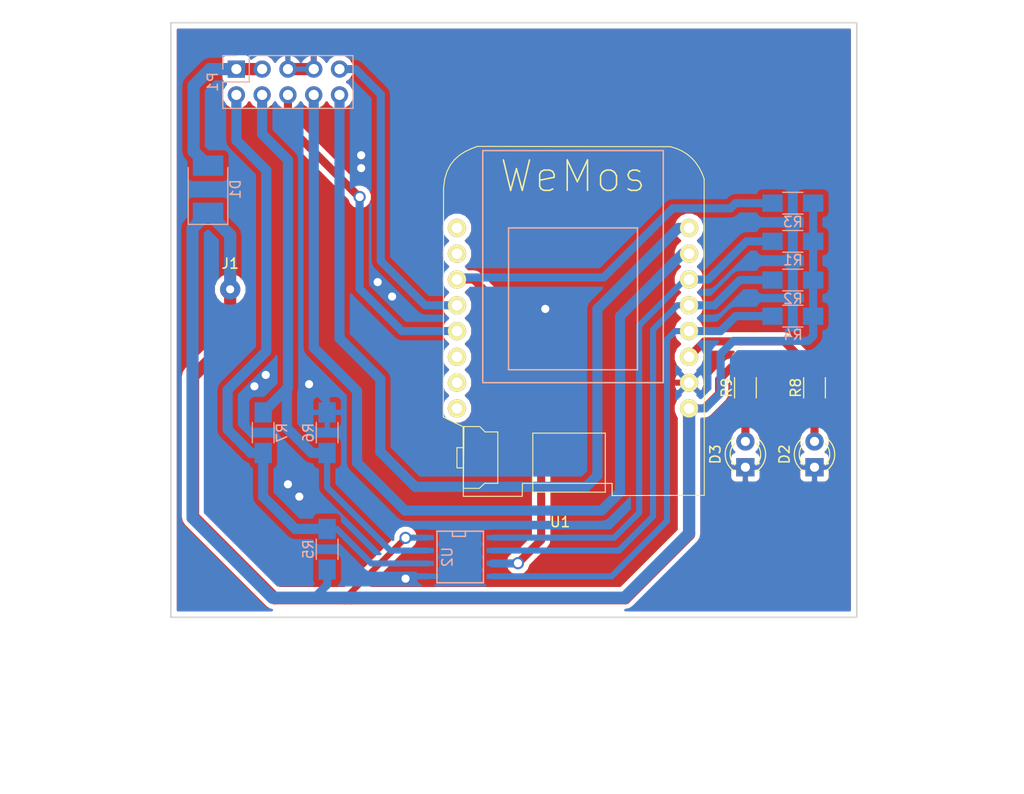
<source format=kicad_pcb>
(kicad_pcb (version 4) (host pcbnew 4.0.7-e2-6376~61~ubuntu18.04.1)

  (general
    (links 38)
    (no_connects 0)
    (area 28.014801 29.109999 132.9196 109.329201)
    (thickness 1.6)
    (drawings 25)
    (tracks 185)
    (zones 0)
    (modules 16)
    (nets 22)
  )

  (page A4)
  (title_block
    (title "Medidor de pulsos")
    (date 2018-02-14)
    (rev 1)
  )

  (layers
    (0 F.Cu signal)
    (31 B.Cu signal)
    (32 B.Adhes user)
    (33 F.Adhes user)
    (34 B.Paste user)
    (35 F.Paste user)
    (36 B.SilkS user)
    (37 F.SilkS user)
    (38 B.Mask user)
    (39 F.Mask user)
    (40 Dwgs.User user)
    (41 Cmts.User user)
    (42 Eco1.User user)
    (43 Eco2.User user)
    (44 Edge.Cuts user)
    (45 Margin user)
    (46 B.CrtYd user)
    (47 F.CrtYd user)
    (48 B.Fab user)
    (49 F.Fab user)
  )

  (setup
    (last_trace_width 1.2)
    (user_trace_width 0.1)
    (user_trace_width 0.2)
    (user_trace_width 0.3)
    (user_trace_width 0.4)
    (user_trace_width 0.6)
    (user_trace_width 0.8)
    (user_trace_width 1)
    (user_trace_width 1.2)
    (trace_clearance 0.2)
    (zone_clearance 0.508)
    (zone_45_only yes)
    (trace_min 0.1)
    (segment_width 0.2)
    (edge_width 0.15)
    (via_size 1.2)
    (via_drill 0.8)
    (via_min_size 1.2)
    (via_min_drill 0.8)
    (user_via 1.2 0.8)
    (uvia_size 1.2)
    (uvia_drill 0.8)
    (uvias_allowed no)
    (uvia_min_size 0.2)
    (uvia_min_drill 0.1)
    (pcb_text_width 0.3)
    (pcb_text_size 1.5 1.5)
    (mod_edge_width 0.15)
    (mod_text_size 1 1)
    (mod_text_width 0.15)
    (pad_size 2.5 2.5)
    (pad_drill 1)
    (pad_to_mask_clearance 0.2)
    (aux_axis_origin 0 0)
    (grid_origin 221.6404 115.9764)
    (visible_elements FFFFFFFF)
    (pcbplotparams
      (layerselection 0x3d0f0_80000001)
      (usegerberextensions false)
      (excludeedgelayer true)
      (linewidth 0.100000)
      (plotframeref false)
      (viasonmask false)
      (mode 1)
      (useauxorigin true)
      (hpglpennumber 1)
      (hpglpenspeed 20)
      (hpglpendiameter 15)
      (hpglpenoverlay 2)
      (psnegative false)
      (psa4output false)
      (plotreference true)
      (plotvalue true)
      (plotinvisibletext false)
      (padsonsilk false)
      (subtractmaskfromsilk false)
      (outputformat 1)
      (mirror false)
      (drillshape 0)
      (scaleselection 1)
      (outputdirectory /home/onsar/onsar_git/onsar/ecopower/hardware/iot_esp/iotesp_hardware/gerber/))
  )

  (net 0 "")
  (net 1 GND)
  (net 2 "Net-(D2-Pad2)")
  (net 3 /vin_5v)
  (net 4 /esp_d2)
  (net 5 /esp_d0)
  (net 6 /esp_d4)
  (net 7 VCC)
  (net 8 "Net-(D3-Pad2)")
  (net 9 /esp_d6)
  (net 10 /mb_a)
  (net 11 /mb_b)
  (net 12 /esp_tx)
  (net 13 /esp_d5)
  (net 14 /esp_rx)
  (net 15 /esp_rx2)
  (net 16 /esp_tx2)
  (net 17 "Net-(U1-Pad1)")
  (net 18 "Net-(U1-Pad2)")
  (net 19 "Net-(U1-Pad8)")
  (net 20 "Net-(U1-Pad6)")
  (net 21 "Net-(U1-Pad7)")

  (net_class Default "This is the default net class."
    (clearance 0.2)
    (trace_width 0.8)
    (via_dia 1.2)
    (via_drill 0.8)
    (uvia_dia 1.2)
    (uvia_drill 0.8)
    (add_net /esp_d0)
    (add_net /esp_d2)
    (add_net /esp_d4)
    (add_net /esp_d5)
    (add_net /esp_d6)
    (add_net /esp_rx)
    (add_net /esp_rx2)
    (add_net /esp_tx)
    (add_net /esp_tx2)
    (add_net /mb_a)
    (add_net /mb_b)
    (add_net /vin_5v)
    (add_net GND)
    (add_net "Net-(D2-Pad2)")
    (add_net "Net-(D3-Pad2)")
    (add_net "Net-(U1-Pad1)")
    (add_net "Net-(U1-Pad2)")
    (add_net "Net-(U1-Pad6)")
    (add_net "Net-(U1-Pad7)")
    (add_net "Net-(U1-Pad8)")
    (add_net VCC)
  )

  (net_class smd ""
    (clearance 0.2)
    (trace_width 0.4)
    (via_dia 1.2)
    (via_drill 0.8)
    (uvia_dia 1.2)
    (uvia_drill 0.8)
  )

  (module oscar_libreria:Pin_Header_Straight_2x05_Pitch2.54mm_onsar (layer B.Cu) (tedit 5D6D6258) (tstamp 5DEC0526)
    (at 51.5112 35.9156 270)
    (descr "Through hole straight pin header, 2x05, 2.54mm pitch, double rows")
    (tags "Through hole pin header THT 2x05 2.54mm double row")
    (path /5D78B836)
    (fp_text reference P1 (at 1.27 2.33 270) (layer B.SilkS)
      (effects (font (size 1 1) (thickness 0.15)) (justify mirror))
    )
    (fp_text value CONN_02X05 (at 4.445 -4.445 540) (layer B.Fab)
      (effects (font (size 1 1) (thickness 0.15)) (justify mirror))
    )
    (fp_line (start 5.715 3.81) (end -3.175 3.81) (layer B.CrtYd) (width 0.15))
    (fp_line (start -3.175 3.81) (end -3.175 -13.97) (layer B.CrtYd) (width 0.15))
    (fp_line (start -3.175 -13.97) (end 5.715 -13.97) (layer B.CrtYd) (width 0.15))
    (fp_line (start 5.715 -13.97) (end 5.715 3.81) (layer B.CrtYd) (width 0.15))
    (fp_line (start 0 1.27) (end 3.81 1.27) (layer B.Fab) (width 0.1))
    (fp_line (start 3.81 1.27) (end 3.81 -11.43) (layer B.Fab) (width 0.1))
    (fp_line (start 3.81 -11.43) (end -1.27 -11.43) (layer B.Fab) (width 0.1))
    (fp_line (start -1.27 -11.43) (end -1.27 0) (layer B.Fab) (width 0.1))
    (fp_line (start -1.27 0) (end 0 1.27) (layer B.Fab) (width 0.1))
    (fp_line (start -1.33 -11.49) (end 3.87 -11.49) (layer B.SilkS) (width 0.12))
    (fp_line (start -1.33 -1.27) (end -1.33 -11.49) (layer B.SilkS) (width 0.12))
    (fp_line (start 3.87 1.33) (end 3.87 -11.49) (layer B.SilkS) (width 0.12))
    (fp_line (start -1.33 -1.27) (end 1.27 -1.27) (layer B.SilkS) (width 0.12))
    (fp_line (start 1.27 -1.27) (end 1.27 1.33) (layer B.SilkS) (width 0.12))
    (fp_line (start 1.27 1.33) (end 3.87 1.33) (layer B.SilkS) (width 0.12))
    (fp_line (start -1.33 0) (end -1.33 1.33) (layer B.SilkS) (width 0.12))
    (fp_line (start -1.33 1.33) (end 0 1.33) (layer B.SilkS) (width 0.12))
    (fp_text user %R (at 1.27 -5.08 540) (layer B.Fab)
      (effects (font (size 1 1) (thickness 0.15)) (justify mirror))
    )
    (pad 1 thru_hole rect (at 0 0 270) (size 1.7 1.7) (drill 1) (layers *.Cu *.Mask)
      (net 7 VCC))
    (pad 2 thru_hole oval (at 2.54 0 270) (size 1.7 1.7) (drill 1) (layers *.Cu *.Mask)
      (net 10 /mb_a))
    (pad 3 thru_hole oval (at 0 -2.54 270) (size 1.7 1.7) (drill 1) (layers *.Cu *.Mask)
      (net 7 VCC))
    (pad 4 thru_hole oval (at 2.54 -2.54 270) (size 1.7 1.7) (drill 1) (layers *.Cu *.Mask)
      (net 11 /mb_b))
    (pad 5 thru_hole oval (at 0 -5.08 270) (size 1.7 1.7) (drill 1) (layers *.Cu *.Mask)
      (net 1 GND))
    (pad 6 thru_hole oval (at 2.54 -5.08 270) (size 1.7 1.7) (drill 1) (layers *.Cu *.Mask)
      (net 9 /esp_d6))
    (pad 7 thru_hole oval (at 0 -7.62 270) (size 1.7 1.7) (drill 1) (layers *.Cu *.Mask)
      (net 1 GND))
    (pad 8 thru_hole oval (at 2.54 -7.62 270) (size 1.7 1.7) (drill 1) (layers *.Cu *.Mask)
      (net 14 /esp_rx))
    (pad 9 thru_hole oval (at 0 -10.16 270) (size 1.7 1.7) (drill 1) (layers *.Cu *.Mask)
      (net 13 /esp_d5))
    (pad 10 thru_hole oval (at 2.54 -10.16 270) (size 1.7 1.7) (drill 1) (layers *.Cu *.Mask)
      (net 12 /esp_tx))
    (model ${KISYS3DMOD}/Pin_Headers.3dshapes/Pin_Header_Straight_2x05_Pitch2.54mm.wrl
      (at (xyz 0 0 0))
      (scale (xyz 1 1 1))
      (rotate (xyz 0 0 0))
    )
  )

  (module Diodes_SMD:D_2114 (layer B.Cu) (tedit 590CF38C) (tstamp 5DEC0507)
    (at 48.7172 47.752 90)
    (descr "Diode SMD 2114, reflow soldering http://datasheets.avx.com/schottky.pdf")
    (tags "Diode 2114")
    (path /5D7CA61B)
    (attr smd)
    (fp_text reference D1 (at 0 2.7 90) (layer B.SilkS)
      (effects (font (size 1 1) (thickness 0.15)) (justify mirror))
    )
    (fp_text value Schottky (at 0 -2.8 90) (layer B.Fab)
      (effects (font (size 1 1) (thickness 0.15)) (justify mirror))
    )
    (fp_text user %R (at 0 2.7 90) (layer B.Fab)
      (effects (font (size 1 1) (thickness 0.15)) (justify mirror))
    )
    (fp_line (start -3.46 1.95) (end -3.46 -1.95) (layer B.SilkS) (width 0.12))
    (fp_line (start -2.6 -1.8) (end -2.6 1.8) (layer B.Fab) (width 0.1))
    (fp_line (start 2.6 1.8) (end -2.6 1.8) (layer B.Fab) (width 0.1))
    (fp_line (start -3.61 2.1) (end 3.61 2.1) (layer B.CrtYd) (width 0.05))
    (fp_line (start 3.61 2.1) (end 3.61 -2.1) (layer B.CrtYd) (width 0.05))
    (fp_line (start 3.61 -2.1) (end -3.61 -2.1) (layer B.CrtYd) (width 0.05))
    (fp_line (start -3.61 -2.1) (end -3.61 2.1) (layer B.CrtYd) (width 0.05))
    (fp_line (start -0.64944 -0.00102) (end -1.55114 -0.00102) (layer B.Fab) (width 0.1))
    (fp_line (start 0.50118 -0.00102) (end 1.4994 -0.00102) (layer B.Fab) (width 0.1))
    (fp_line (start -0.64944 0.79908) (end -0.64944 -0.80112) (layer B.Fab) (width 0.1))
    (fp_line (start 0.50118 -0.75032) (end 0.50118 0.79908) (layer B.Fab) (width 0.1))
    (fp_line (start -0.64944 -0.00102) (end 0.50118 -0.75032) (layer B.Fab) (width 0.1))
    (fp_line (start -0.64944 -0.00102) (end 0.50118 0.79908) (layer B.Fab) (width 0.1))
    (fp_line (start -3.46 -1.95) (end 2.15 -1.95) (layer B.SilkS) (width 0.12))
    (fp_line (start -3.46 1.95) (end 2.15 1.95) (layer B.SilkS) (width 0.12))
    (fp_line (start 2.6 -1.8) (end -2.6 -1.8) (layer B.Fab) (width 0.1))
    (fp_line (start 2.6 -1.8) (end 2.6 1.8) (layer B.Fab) (width 0.1))
    (pad 1 smd rect (at -2.325 0 90) (size 2 3) (layers B.Cu B.Paste B.Mask)
      (net 3 /vin_5v))
    (pad 2 smd rect (at 2.325 0 90) (size 2 3) (layers B.Cu B.Paste B.Mask)
      (net 7 VCC))
    (model ${KISYS3DMOD}/Diodes_SMD.3dshapes/D_2114.wrl
      (at (xyz 0 0 0))
      (scale (xyz 1 1 1))
      (rotate (xyz 0 0 0))
    )
  )

  (module LEDs:LED_D3.0mm (layer F.Cu) (tedit 587A3A7B) (tstamp 5DEC050D)
    (at 108.458 75.1332 90)
    (descr "LED, diameter 3.0mm, 2 pins")
    (tags "LED diameter 3.0mm 2 pins")
    (path /5A83FD4B)
    (fp_text reference D2 (at 1.27 -2.96 90) (layer F.SilkS)
      (effects (font (size 1 1) (thickness 0.15)))
    )
    (fp_text value LED (at 1.27 2.96 90) (layer F.Fab)
      (effects (font (size 1 1) (thickness 0.15)))
    )
    (fp_arc (start 1.27 0) (end -0.23 -1.16619) (angle 284.3) (layer F.Fab) (width 0.1))
    (fp_arc (start 1.27 0) (end -0.29 -1.235516) (angle 108.8) (layer F.SilkS) (width 0.12))
    (fp_arc (start 1.27 0) (end -0.29 1.235516) (angle -108.8) (layer F.SilkS) (width 0.12))
    (fp_arc (start 1.27 0) (end 0.229039 -1.08) (angle 87.9) (layer F.SilkS) (width 0.12))
    (fp_arc (start 1.27 0) (end 0.229039 1.08) (angle -87.9) (layer F.SilkS) (width 0.12))
    (fp_circle (center 1.27 0) (end 2.77 0) (layer F.Fab) (width 0.1))
    (fp_line (start -0.23 -1.16619) (end -0.23 1.16619) (layer F.Fab) (width 0.1))
    (fp_line (start -0.29 -1.236) (end -0.29 -1.08) (layer F.SilkS) (width 0.12))
    (fp_line (start -0.29 1.08) (end -0.29 1.236) (layer F.SilkS) (width 0.12))
    (fp_line (start -1.15 -2.25) (end -1.15 2.25) (layer F.CrtYd) (width 0.05))
    (fp_line (start -1.15 2.25) (end 3.7 2.25) (layer F.CrtYd) (width 0.05))
    (fp_line (start 3.7 2.25) (end 3.7 -2.25) (layer F.CrtYd) (width 0.05))
    (fp_line (start 3.7 -2.25) (end -1.15 -2.25) (layer F.CrtYd) (width 0.05))
    (pad 1 thru_hole rect (at 0 0 90) (size 1.8 1.8) (drill 0.9) (layers *.Cu *.Mask)
      (net 1 GND))
    (pad 2 thru_hole circle (at 2.54 0 90) (size 1.8 1.8) (drill 0.9) (layers *.Cu *.Mask)
      (net 2 "Net-(D2-Pad2)"))
    (model ${KISYS3DMOD}/LEDs.3dshapes/LED_D3.0mm.wrl
      (at (xyz 0 0 0))
      (scale (xyz 0.393701 0.393701 0.393701))
      (rotate (xyz 0 0 0))
    )
  )

  (module LEDs:LED_D3.0mm (layer F.Cu) (tedit 587A3A7B) (tstamp 5DEC0513)
    (at 101.6508 75.1332 90)
    (descr "LED, diameter 3.0mm, 2 pins")
    (tags "LED diameter 3.0mm 2 pins")
    (path /5A83FF0F)
    (fp_text reference D3 (at 1.27 -2.96 90) (layer F.SilkS)
      (effects (font (size 1 1) (thickness 0.15)))
    )
    (fp_text value LED (at 1.27 2.96 90) (layer F.Fab)
      (effects (font (size 1 1) (thickness 0.15)))
    )
    (fp_arc (start 1.27 0) (end -0.23 -1.16619) (angle 284.3) (layer F.Fab) (width 0.1))
    (fp_arc (start 1.27 0) (end -0.29 -1.235516) (angle 108.8) (layer F.SilkS) (width 0.12))
    (fp_arc (start 1.27 0) (end -0.29 1.235516) (angle -108.8) (layer F.SilkS) (width 0.12))
    (fp_arc (start 1.27 0) (end 0.229039 -1.08) (angle 87.9) (layer F.SilkS) (width 0.12))
    (fp_arc (start 1.27 0) (end 0.229039 1.08) (angle -87.9) (layer F.SilkS) (width 0.12))
    (fp_circle (center 1.27 0) (end 2.77 0) (layer F.Fab) (width 0.1))
    (fp_line (start -0.23 -1.16619) (end -0.23 1.16619) (layer F.Fab) (width 0.1))
    (fp_line (start -0.29 -1.236) (end -0.29 -1.08) (layer F.SilkS) (width 0.12))
    (fp_line (start -0.29 1.08) (end -0.29 1.236) (layer F.SilkS) (width 0.12))
    (fp_line (start -1.15 -2.25) (end -1.15 2.25) (layer F.CrtYd) (width 0.05))
    (fp_line (start -1.15 2.25) (end 3.7 2.25) (layer F.CrtYd) (width 0.05))
    (fp_line (start 3.7 2.25) (end 3.7 -2.25) (layer F.CrtYd) (width 0.05))
    (fp_line (start 3.7 -2.25) (end -1.15 -2.25) (layer F.CrtYd) (width 0.05))
    (pad 1 thru_hole rect (at 0 0 90) (size 1.8 1.8) (drill 0.9) (layers *.Cu *.Mask)
      (net 1 GND))
    (pad 2 thru_hole circle (at 2.54 0 90) (size 1.8 1.8) (drill 0.9) (layers *.Cu *.Mask)
      (net 8 "Net-(D3-Pad2)"))
    (model ${KISYS3DMOD}/LEDs.3dshapes/LED_D3.0mm.wrl
      (at (xyz 0 0 0))
      (scale (xyz 0.393701 0.393701 0.393701))
      (rotate (xyz 0 0 0))
    )
  )

  (module Wire_Pads:SolderWirePad_single_0-8mmDrill (layer F.Cu) (tedit 0) (tstamp 5DEC0518)
    (at 50.9016 57.6072)
    (path /5D7CA38F)
    (fp_text reference J1 (at 0 -2.54) (layer F.SilkS)
      (effects (font (size 1 1) (thickness 0.15)))
    )
    (fp_text value Test (at 0 2.54) (layer F.Fab)
      (effects (font (size 1 1) (thickness 0.15)))
    )
    (pad 1 thru_hole circle (at 0 0) (size 1.99898 1.99898) (drill 0.8001) (layers *.Cu *.Mask)
      (net 3 /vin_5v))
  )

  (module SMD_Packages:SOIC-8-N (layer B.Cu) (tedit 0) (tstamp 5DEC057C)
    (at 73.5584 83.9724 270)
    (descr "Module Narrow CMS SOJ 8 pins large")
    (tags "CMS SOJ")
    (path /5DEA4A0A)
    (attr smd)
    (fp_text reference U2 (at 0 1.27 270) (layer B.SilkS)
      (effects (font (size 1 1) (thickness 0.15)) (justify mirror))
    )
    (fp_text value MAX_485 (at 0 -1.27 270) (layer B.Fab)
      (effects (font (size 1 1) (thickness 0.15)) (justify mirror))
    )
    (fp_line (start -2.54 2.286) (end 2.54 2.286) (layer B.SilkS) (width 0.15))
    (fp_line (start 2.54 2.286) (end 2.54 -2.286) (layer B.SilkS) (width 0.15))
    (fp_line (start 2.54 -2.286) (end -2.54 -2.286) (layer B.SilkS) (width 0.15))
    (fp_line (start -2.54 -2.286) (end -2.54 2.286) (layer B.SilkS) (width 0.15))
    (fp_line (start -2.54 0.762) (end -2.032 0.762) (layer B.SilkS) (width 0.15))
    (fp_line (start -2.032 0.762) (end -2.032 -0.508) (layer B.SilkS) (width 0.15))
    (fp_line (start -2.032 -0.508) (end -2.54 -0.508) (layer B.SilkS) (width 0.15))
    (pad 8 smd rect (at -1.905 3.175 270) (size 0.508 1.143) (layers B.Cu B.Paste B.Mask)
      (net 3 /vin_5v))
    (pad 7 smd rect (at -0.635 3.175 270) (size 0.508 1.143) (layers B.Cu B.Paste B.Mask)
      (net 11 /mb_b))
    (pad 6 smd rect (at 0.635 3.175 270) (size 0.508 1.143) (layers B.Cu B.Paste B.Mask)
      (net 10 /mb_a))
    (pad 5 smd rect (at 1.905 3.175 270) (size 0.508 1.143) (layers B.Cu B.Paste B.Mask)
      (net 1 GND))
    (pad 4 smd rect (at 1.905 -3.175 270) (size 0.508 1.143) (layers B.Cu B.Paste B.Mask)
      (net 16 /esp_tx2))
    (pad 3 smd rect (at 0.635 -3.175 270) (size 0.508 1.143) (layers B.Cu B.Paste B.Mask)
      (net 5 /esp_d0))
    (pad 2 smd rect (at -0.635 -3.175 270) (size 0.508 1.143) (layers B.Cu B.Paste B.Mask)
      (net 4 /esp_d2))
    (pad 1 smd rect (at -1.905 -3.175 270) (size 0.508 1.143) (layers B.Cu B.Paste B.Mask)
      (net 15 /esp_rx2))
    (model SMD_Packages.3dshapes/SOIC-8-N.wrl
      (at (xyz 0 0 0))
      (scale (xyz 0.5 0.38 0.5))
      (rotate (xyz 0 0 0))
    )
  )

  (module libreria_huellas_proyecto:D1_mini_board_oscar (layer F.Cu) (tedit 5DEA18F1) (tstamp 5DEC0A48)
    (at 85.1916 59.5884)
    (path /5ABA378E)
    (fp_text reference U1 (at -1.7907 20.9436) (layer F.SilkS)
      (effects (font (size 1 1) (thickness 0.15)))
    )
    (fp_text value WeMos_mini (at -1.7907 -16.9164) (layer F.Fab)
      (effects (font (size 1 1) (thickness 0.15)))
    )
    (fp_text user WeMos (at -0.5207 -13.1064) (layer F.SilkS)
      (effects (font (size 3 3) (thickness 0.15)))
    )
    (fp_line (start 5.8293 5.9436) (end 5.8293 -8.0264) (layer B.SilkS) (width 0.15))
    (fp_line (start 5.8293 -8.0264) (end -6.8707 -8.0264) (layer B.SilkS) (width 0.15))
    (fp_line (start -6.8707 -8.0264) (end -6.8707 5.9436) (layer B.SilkS) (width 0.15))
    (fp_line (start -6.8707 5.9436) (end 5.8293 5.9436) (layer B.SilkS) (width 0.15))
    (fp_line (start 8.3693 7.2136) (end -9.4107 7.2136) (layer B.SilkS) (width 0.15))
    (fp_line (start -9.4107 7.2136) (end -9.4107 -15.6464) (layer B.SilkS) (width 0.15))
    (fp_line (start -9.4107 -15.6464) (end 8.3693 -15.6464) (layer B.SilkS) (width 0.15))
    (fp_line (start 8.3693 -15.6464) (end 8.3693 7.2136) (layer B.SilkS) (width 0.15))
    (fp_line (start -11.338172 18.410828) (end -5.52688 18.410828) (layer F.SilkS) (width 0.1))
    (fp_line (start -5.52688 18.410828) (end -5.500549 17.127395) (layer F.SilkS) (width 0.1))
    (fp_line (start -5.500549 17.127395) (end 3.330673 17.134083) (layer F.SilkS) (width 0.1))
    (fp_line (start 3.330673 17.134083) (end 3.328697 18.336336) (layer F.SilkS) (width 0.1))
    (fp_line (start 3.328697 18.336336) (end 12.409493 18.310258) (layer F.SilkS) (width 0.1))
    (fp_line (start 12.409493 18.310258) (end 12.395495 -12.859893) (layer F.SilkS) (width 0.1))
    (fp_line (start 12.395495 -12.859893) (end 12.162684 -13.462686) (layer F.SilkS) (width 0.1))
    (fp_line (start 12.162684 -13.462686) (end 11.879201 -14.007567) (layer F.SilkS) (width 0.1))
    (fp_line (start 11.879201 -14.007567) (end 11.544553 -14.493977) (layer F.SilkS) (width 0.1))
    (fp_line (start 11.544553 -14.493977) (end 11.158253 -14.921352) (layer F.SilkS) (width 0.1))
    (fp_line (start 11.158253 -14.921352) (end 10.719812 -15.289141) (layer F.SilkS) (width 0.1))
    (fp_line (start 10.719812 -15.289141) (end 10.22874 -15.596777) (layer F.SilkS) (width 0.1))
    (fp_line (start 10.22874 -15.596777) (end 9.68455 -15.84371) (layer F.SilkS) (width 0.1))
    (fp_line (start 9.68455 -15.84371) (end 9.086753 -16.029376) (layer F.SilkS) (width 0.1))
    (fp_line (start 9.086753 -16.029376) (end -9.95116 -16.058134) (layer F.SilkS) (width 0.1))
    (fp_line (start -9.95116 -16.058134) (end -10.570524 -15.824141) (layer F.SilkS) (width 0.1))
    (fp_line (start -10.570524 -15.824141) (end -11.158718 -15.539658) (layer F.SilkS) (width 0.1))
    (fp_line (start -11.158718 -15.539658) (end -11.702145 -15.190143) (layer F.SilkS) (width 0.1))
    (fp_line (start -11.702145 -15.190143) (end -12.187203 -14.761058) (layer F.SilkS) (width 0.1))
    (fp_line (start -12.187203 -14.761058) (end -12.600295 -14.23786) (layer F.SilkS) (width 0.1))
    (fp_line (start -12.600295 -14.23786) (end -12.927822 -13.606013) (layer F.SilkS) (width 0.1))
    (fp_line (start -12.927822 -13.606013) (end -13.156182 -12.850975) (layer F.SilkS) (width 0.1))
    (fp_line (start -13.156182 -12.850975) (end -13.271778 -11.958207) (layer F.SilkS) (width 0.1))
    (fp_line (start -13.271778 -11.958207) (end -13.296726 10.596885) (layer F.SilkS) (width 0.1))
    (fp_line (start -13.296726 10.596885) (end -11.35318 11.557781) (layer F.SilkS) (width 0.1))
    (fp_line (start -11.35318 11.557781) (end -11.323386 18.366124) (layer F.SilkS) (width 0.1))
    (fp_line (start 2.65895 12.185051) (end -4.480631 12.185051) (layer F.SilkS) (width 0.1))
    (fp_line (start -4.480631 12.185051) (end -4.480631 17.998788) (layer F.SilkS) (width 0.1))
    (fp_line (start -4.480631 17.998788) (end 2.65895 17.998788) (layer F.SilkS) (width 0.1))
    (fp_line (start 2.65895 17.998788) (end 2.65895 12.185051) (layer F.SilkS) (width 0.1))
    (fp_line (start -11.2643 11.535949) (end -9.712078 11.535949) (layer F.SilkS) (width 0.1))
    (fp_line (start -9.712078 11.535949) (end -9.182911 12.065115) (layer F.SilkS) (width 0.1))
    (fp_line (start -9.182911 12.065115) (end -7.93055 12.065115) (layer F.SilkS) (width 0.1))
    (fp_line (start -7.93055 12.065115) (end -7.93055 17.127476) (layer F.SilkS) (width 0.1))
    (fp_line (start -7.93055 17.127476) (end -9.218189 17.127476) (layer F.SilkS) (width 0.1))
    (fp_line (start -9.218189 17.127476) (end -9.747356 17.621365) (layer F.SilkS) (width 0.1))
    (fp_line (start -9.747356 17.621365) (end -11.317217 17.621365) (layer F.SilkS) (width 0.1))
    (fp_line (start -11.317217 17.621365) (end -11.2643 11.535949) (layer F.SilkS) (width 0.1))
    (fp_line (start -11.299578 13.617338) (end -11.952217 13.617338) (layer F.SilkS) (width 0.1))
    (fp_line (start -11.952217 13.617338) (end -11.952217 15.610532) (layer F.SilkS) (width 0.1))
    (fp_line (start -11.952217 15.610532) (end -11.334856 15.610532) (layer F.SilkS) (width 0.1))
    (pad 1 thru_hole circle (at -11.9507 -8.0264) (size 1.8 1.8) (drill 1.016) (layers *.Cu *.Mask F.SilkS)
      (net 17 "Net-(U1-Pad1)"))
    (pad 2 thru_hole circle (at -11.9507 -5.4864) (size 1.8 1.8) (drill 1.016) (layers *.Cu *.Mask F.SilkS)
      (net 18 "Net-(U1-Pad2)"))
    (pad 3 thru_hole circle (at -11.9507 -2.9464) (size 1.8 1.8) (drill 1.016) (layers *.Cu *.Mask F.SilkS)
      (net 5 /esp_d0))
    (pad 4 thru_hole circle (at -11.9507 -0.4064) (size 1.8 1.8) (drill 1.016) (layers *.Cu *.Mask F.SilkS)
      (net 13 /esp_d5))
    (pad 5 thru_hole circle (at -11.9507 2.1336) (size 1.8 1.8) (drill 1.016) (layers *.Cu *.Mask F.SilkS)
      (net 9 /esp_d6))
    (pad 6 thru_hole circle (at -11.9507 4.6736) (size 1.8 1.8) (drill 1.016) (layers *.Cu *.Mask F.SilkS)
      (net 20 "Net-(U1-Pad6)"))
    (pad 7 thru_hole circle (at -11.9507 7.2136) (size 1.8 1.8) (drill 1.016) (layers *.Cu *.Mask F.SilkS)
      (net 21 "Net-(U1-Pad7)"))
    (pad 8 thru_hole circle (at -11.9507 9.7536) (size 1.8 1.8) (drill 1.016) (layers *.Cu *.Mask F.SilkS)
      (net 19 "Net-(U1-Pad8)"))
    (pad 9 thru_hole circle (at 10.9093 9.7536) (size 1.8 1.8) (drill 1.016) (layers *.Cu *.Mask F.SilkS)
      (net 3 /vin_5v))
    (pad 10 thru_hole circle (at 10.9093 7.2136) (size 1.8 1.8) (drill 1.016) (layers *.Cu *.Mask F.SilkS)
      (net 1 GND))
    (pad 11 thru_hole circle (at 10.9093 4.6736) (size 1.8 1.8) (drill 1.016) (layers *.Cu *.Mask F.SilkS)
      (net 6 /esp_d4))
    (pad 12 thru_hole circle (at 10.9093 2.1336) (size 1.8 1.8) (drill 1.016) (layers *.Cu *.Mask F.SilkS)
      (net 16 /esp_tx2))
    (pad 13 thru_hole circle (at 10.9093 -0.4064) (size 1.8 1.8) (drill 1.016) (layers *.Cu *.Mask F.SilkS)
      (net 4 /esp_d2))
    (pad 14 thru_hole circle (at 10.9093 -2.9464) (size 1.8 1.8) (drill 1.016) (layers *.Cu *.Mask F.SilkS)
      (net 15 /esp_rx2))
    (pad 15 thru_hole circle (at 10.9093 -5.4864) (size 1.8 1.8) (drill 1.016) (layers *.Cu *.Mask F.SilkS)
      (net 14 /esp_rx))
    (pad 16 thru_hole circle (at 10.9093 -8.0264) (size 1.8 1.8) (drill 1.016) (layers *.Cu *.Mask F.SilkS)
      (net 12 /esp_tx))
  )

  (module Resistors_SMD:R_1206_HandSoldering (layer B.Cu) (tedit 5DECB83C) (tstamp 5DEC0C92)
    (at 106.3244 52.8828)
    (descr "Resistor SMD 1206, hand soldering")
    (tags "resistor 1206")
    (path /5DEA49FF)
    (attr smd)
    (fp_text reference R1 (at 0 1.85) (layer B.SilkS)
      (effects (font (size 1 1) (thickness 0.15)) (justify mirror))
    )
    (fp_text value 10K (at 0 -1.9) (layer B.Fab)
      (effects (font (size 1 1) (thickness 0.15)) (justify mirror))
    )
    (fp_text user %R (at 0 0) (layer B.Fab)
      (effects (font (size 0.7 0.7) (thickness 0.105)) (justify mirror))
    )
    (fp_line (start -1.6 -0.8) (end -1.6 0.8) (layer B.Fab) (width 0.1))
    (fp_line (start 1.6 -0.8) (end -1.6 -0.8) (layer B.Fab) (width 0.1))
    (fp_line (start 1.6 0.8) (end 1.6 -0.8) (layer B.Fab) (width 0.1))
    (fp_line (start -1.6 0.8) (end 1.6 0.8) (layer B.Fab) (width 0.1))
    (fp_line (start 1 -1.07) (end -1 -1.07) (layer B.SilkS) (width 0.12))
    (fp_line (start -1 1.07) (end 1 1.07) (layer B.SilkS) (width 0.12))
    (fp_line (start -3.25 1.11) (end 3.25 1.11) (layer B.CrtYd) (width 0.05))
    (fp_line (start -3.25 1.11) (end -3.25 -1.1) (layer B.CrtYd) (width 0.05))
    (fp_line (start 3.25 -1.1) (end 3.25 1.11) (layer B.CrtYd) (width 0.05))
    (fp_line (start 3.25 -1.1) (end -3.25 -1.1) (layer B.CrtYd) (width 0.05))
    (pad 1 smd rect (at -2 0) (size 2 1.7) (layers B.Cu B.Paste B.Mask)
      (net 15 /esp_rx2))
    (pad 2 smd rect (at 2 0) (size 2 1.7) (layers B.Cu B.Paste B.Mask)
      (net 3 /vin_5v))
    (model ${KISYS3DMOD}/Resistors_SMD.3dshapes/R_1206.wrl
      (at (xyz 0 0 0))
      (scale (xyz 1 1 1))
      (rotate (xyz 0 0 0))
    )
  )

  (module Resistors_SMD:R_1206_HandSoldering (layer B.Cu) (tedit 58E0A804) (tstamp 5DEC0C98)
    (at 106.3244 56.6928)
    (descr "Resistor SMD 1206, hand soldering")
    (tags "resistor 1206")
    (path /5DEA4A00)
    (attr smd)
    (fp_text reference R2 (at 0 1.85) (layer B.SilkS)
      (effects (font (size 1 1) (thickness 0.15)) (justify mirror))
    )
    (fp_text value 10K (at 0 -1.9) (layer B.Fab)
      (effects (font (size 1 1) (thickness 0.15)) (justify mirror))
    )
    (fp_text user %R (at 0 0) (layer B.Fab)
      (effects (font (size 0.7 0.7) (thickness 0.105)) (justify mirror))
    )
    (fp_line (start -1.6 -0.8) (end -1.6 0.8) (layer B.Fab) (width 0.1))
    (fp_line (start 1.6 -0.8) (end -1.6 -0.8) (layer B.Fab) (width 0.1))
    (fp_line (start 1.6 0.8) (end 1.6 -0.8) (layer B.Fab) (width 0.1))
    (fp_line (start -1.6 0.8) (end 1.6 0.8) (layer B.Fab) (width 0.1))
    (fp_line (start 1 -1.07) (end -1 -1.07) (layer B.SilkS) (width 0.12))
    (fp_line (start -1 1.07) (end 1 1.07) (layer B.SilkS) (width 0.12))
    (fp_line (start -3.25 1.11) (end 3.25 1.11) (layer B.CrtYd) (width 0.05))
    (fp_line (start -3.25 1.11) (end -3.25 -1.1) (layer B.CrtYd) (width 0.05))
    (fp_line (start 3.25 -1.1) (end 3.25 1.11) (layer B.CrtYd) (width 0.05))
    (fp_line (start 3.25 -1.1) (end -3.25 -1.1) (layer B.CrtYd) (width 0.05))
    (pad 1 smd rect (at -2 0) (size 2 1.7) (layers B.Cu B.Paste B.Mask)
      (net 4 /esp_d2))
    (pad 2 smd rect (at 2 0) (size 2 1.7) (layers B.Cu B.Paste B.Mask)
      (net 3 /vin_5v))
    (model ${KISYS3DMOD}/Resistors_SMD.3dshapes/R_1206.wrl
      (at (xyz 0 0 0))
      (scale (xyz 1 1 1))
      (rotate (xyz 0 0 0))
    )
  )

  (module Resistors_SMD:R_1206_HandSoldering (layer B.Cu) (tedit 58E0A804) (tstamp 5DEC0C9E)
    (at 106.3244 49.1236)
    (descr "Resistor SMD 1206, hand soldering")
    (tags "resistor 1206")
    (path /5DEA4A01)
    (attr smd)
    (fp_text reference R3 (at 0 1.85) (layer B.SilkS)
      (effects (font (size 1 1) (thickness 0.15)) (justify mirror))
    )
    (fp_text value 10K (at 0 -1.9) (layer B.Fab)
      (effects (font (size 1 1) (thickness 0.15)) (justify mirror))
    )
    (fp_text user %R (at 0 0) (layer B.Fab)
      (effects (font (size 0.7 0.7) (thickness 0.105)) (justify mirror))
    )
    (fp_line (start -1.6 -0.8) (end -1.6 0.8) (layer B.Fab) (width 0.1))
    (fp_line (start 1.6 -0.8) (end -1.6 -0.8) (layer B.Fab) (width 0.1))
    (fp_line (start 1.6 0.8) (end 1.6 -0.8) (layer B.Fab) (width 0.1))
    (fp_line (start -1.6 0.8) (end 1.6 0.8) (layer B.Fab) (width 0.1))
    (fp_line (start 1 -1.07) (end -1 -1.07) (layer B.SilkS) (width 0.12))
    (fp_line (start -1 1.07) (end 1 1.07) (layer B.SilkS) (width 0.12))
    (fp_line (start -3.25 1.11) (end 3.25 1.11) (layer B.CrtYd) (width 0.05))
    (fp_line (start -3.25 1.11) (end -3.25 -1.1) (layer B.CrtYd) (width 0.05))
    (fp_line (start 3.25 -1.1) (end 3.25 1.11) (layer B.CrtYd) (width 0.05))
    (fp_line (start 3.25 -1.1) (end -3.25 -1.1) (layer B.CrtYd) (width 0.05))
    (pad 1 smd rect (at -2 0) (size 2 1.7) (layers B.Cu B.Paste B.Mask)
      (net 5 /esp_d0))
    (pad 2 smd rect (at 2 0) (size 2 1.7) (layers B.Cu B.Paste B.Mask)
      (net 3 /vin_5v))
    (model ${KISYS3DMOD}/Resistors_SMD.3dshapes/R_1206.wrl
      (at (xyz 0 0 0))
      (scale (xyz 1 1 1))
      (rotate (xyz 0 0 0))
    )
  )

  (module Resistors_SMD:R_1206_HandSoldering (layer B.Cu) (tedit 58E0A804) (tstamp 5DEC0CA4)
    (at 106.3244 60.2488)
    (descr "Resistor SMD 1206, hand soldering")
    (tags "resistor 1206")
    (path /5DEA4A02)
    (attr smd)
    (fp_text reference R4 (at 0 1.85) (layer B.SilkS)
      (effects (font (size 1 1) (thickness 0.15)) (justify mirror))
    )
    (fp_text value 10K (at 0 -1.9) (layer B.Fab)
      (effects (font (size 1 1) (thickness 0.15)) (justify mirror))
    )
    (fp_text user %R (at 0 0) (layer B.Fab)
      (effects (font (size 0.7 0.7) (thickness 0.105)) (justify mirror))
    )
    (fp_line (start -1.6 -0.8) (end -1.6 0.8) (layer B.Fab) (width 0.1))
    (fp_line (start 1.6 -0.8) (end -1.6 -0.8) (layer B.Fab) (width 0.1))
    (fp_line (start 1.6 0.8) (end 1.6 -0.8) (layer B.Fab) (width 0.1))
    (fp_line (start -1.6 0.8) (end 1.6 0.8) (layer B.Fab) (width 0.1))
    (fp_line (start 1 -1.07) (end -1 -1.07) (layer B.SilkS) (width 0.12))
    (fp_line (start -1 1.07) (end 1 1.07) (layer B.SilkS) (width 0.12))
    (fp_line (start -3.25 1.11) (end 3.25 1.11) (layer B.CrtYd) (width 0.05))
    (fp_line (start -3.25 1.11) (end -3.25 -1.1) (layer B.CrtYd) (width 0.05))
    (fp_line (start 3.25 -1.1) (end 3.25 1.11) (layer B.CrtYd) (width 0.05))
    (fp_line (start 3.25 -1.1) (end -3.25 -1.1) (layer B.CrtYd) (width 0.05))
    (pad 1 smd rect (at -2 0) (size 2 1.7) (layers B.Cu B.Paste B.Mask)
      (net 16 /esp_tx2))
    (pad 2 smd rect (at 2 0) (size 2 1.7) (layers B.Cu B.Paste B.Mask)
      (net 3 /vin_5v))
    (model ${KISYS3DMOD}/Resistors_SMD.3dshapes/R_1206.wrl
      (at (xyz 0 0 0))
      (scale (xyz 1 1 1))
      (rotate (xyz 0 0 0))
    )
  )

  (module Resistors_SMD:R_1206_HandSoldering (layer B.Cu) (tedit 58E0A804) (tstamp 5DEC0CAA)
    (at 60.452 83.2104 270)
    (descr "Resistor SMD 1206, hand soldering")
    (tags "resistor 1206")
    (path /5DEA4A06)
    (attr smd)
    (fp_text reference R5 (at 0 1.85 270) (layer B.SilkS)
      (effects (font (size 1 1) (thickness 0.15)) (justify mirror))
    )
    (fp_text value 20K (at 0 -1.9 270) (layer B.Fab)
      (effects (font (size 1 1) (thickness 0.15)) (justify mirror))
    )
    (fp_text user %R (at 0 0 270) (layer B.Fab)
      (effects (font (size 0.7 0.7) (thickness 0.105)) (justify mirror))
    )
    (fp_line (start -1.6 -0.8) (end -1.6 0.8) (layer B.Fab) (width 0.1))
    (fp_line (start 1.6 -0.8) (end -1.6 -0.8) (layer B.Fab) (width 0.1))
    (fp_line (start 1.6 0.8) (end 1.6 -0.8) (layer B.Fab) (width 0.1))
    (fp_line (start -1.6 0.8) (end 1.6 0.8) (layer B.Fab) (width 0.1))
    (fp_line (start 1 -1.07) (end -1 -1.07) (layer B.SilkS) (width 0.12))
    (fp_line (start -1 1.07) (end 1 1.07) (layer B.SilkS) (width 0.12))
    (fp_line (start -3.25 1.11) (end 3.25 1.11) (layer B.CrtYd) (width 0.05))
    (fp_line (start -3.25 1.11) (end -3.25 -1.1) (layer B.CrtYd) (width 0.05))
    (fp_line (start 3.25 -1.1) (end 3.25 1.11) (layer B.CrtYd) (width 0.05))
    (fp_line (start 3.25 -1.1) (end -3.25 -1.1) (layer B.CrtYd) (width 0.05))
    (pad 1 smd rect (at -2 0 270) (size 2 1.7) (layers B.Cu B.Paste B.Mask)
      (net 10 /mb_a))
    (pad 2 smd rect (at 2 0 270) (size 2 1.7) (layers B.Cu B.Paste B.Mask)
      (net 3 /vin_5v))
    (model ${KISYS3DMOD}/Resistors_SMD.3dshapes/R_1206.wrl
      (at (xyz 0 0 0))
      (scale (xyz 1 1 1))
      (rotate (xyz 0 0 0))
    )
  )

  (module Resistors_SMD:R_1206_HandSoldering (layer B.Cu) (tedit 58E0A804) (tstamp 5DEC0CB0)
    (at 60.452 71.7296 270)
    (descr "Resistor SMD 1206, hand soldering")
    (tags "resistor 1206")
    (path /5DEA4A07)
    (attr smd)
    (fp_text reference R6 (at 0 1.85 270) (layer B.SilkS)
      (effects (font (size 1 1) (thickness 0.15)) (justify mirror))
    )
    (fp_text value 20K (at 0 -1.9 270) (layer B.Fab)
      (effects (font (size 1 1) (thickness 0.15)) (justify mirror))
    )
    (fp_text user %R (at 0 0 270) (layer B.Fab)
      (effects (font (size 0.7 0.7) (thickness 0.105)) (justify mirror))
    )
    (fp_line (start -1.6 -0.8) (end -1.6 0.8) (layer B.Fab) (width 0.1))
    (fp_line (start 1.6 -0.8) (end -1.6 -0.8) (layer B.Fab) (width 0.1))
    (fp_line (start 1.6 0.8) (end 1.6 -0.8) (layer B.Fab) (width 0.1))
    (fp_line (start -1.6 0.8) (end 1.6 0.8) (layer B.Fab) (width 0.1))
    (fp_line (start 1 -1.07) (end -1 -1.07) (layer B.SilkS) (width 0.12))
    (fp_line (start -1 1.07) (end 1 1.07) (layer B.SilkS) (width 0.12))
    (fp_line (start -3.25 1.11) (end 3.25 1.11) (layer B.CrtYd) (width 0.05))
    (fp_line (start -3.25 1.11) (end -3.25 -1.1) (layer B.CrtYd) (width 0.05))
    (fp_line (start 3.25 -1.1) (end 3.25 1.11) (layer B.CrtYd) (width 0.05))
    (fp_line (start 3.25 -1.1) (end -3.25 -1.1) (layer B.CrtYd) (width 0.05))
    (pad 1 smd rect (at -2 0 270) (size 2 1.7) (layers B.Cu B.Paste B.Mask)
      (net 1 GND))
    (pad 2 smd rect (at 2 0 270) (size 2 1.7) (layers B.Cu B.Paste B.Mask)
      (net 11 /mb_b))
    (model ${KISYS3DMOD}/Resistors_SMD.3dshapes/R_1206.wrl
      (at (xyz 0 0 0))
      (scale (xyz 1 1 1))
      (rotate (xyz 0 0 0))
    )
  )

  (module Resistors_SMD:R_1206_HandSoldering (layer B.Cu) (tedit 58E0A804) (tstamp 5DEC0CB6)
    (at 54.1528 71.7296 90)
    (descr "Resistor SMD 1206, hand soldering")
    (tags "resistor 1206")
    (path /5DEA4A09)
    (attr smd)
    (fp_text reference R7 (at 0 1.85 90) (layer B.SilkS)
      (effects (font (size 1 1) (thickness 0.15)) (justify mirror))
    )
    (fp_text value 120 (at 0 -1.9 90) (layer B.Fab)
      (effects (font (size 1 1) (thickness 0.15)) (justify mirror))
    )
    (fp_text user %R (at 0 0 90) (layer B.Fab)
      (effects (font (size 0.7 0.7) (thickness 0.105)) (justify mirror))
    )
    (fp_line (start -1.6 -0.8) (end -1.6 0.8) (layer B.Fab) (width 0.1))
    (fp_line (start 1.6 -0.8) (end -1.6 -0.8) (layer B.Fab) (width 0.1))
    (fp_line (start 1.6 0.8) (end 1.6 -0.8) (layer B.Fab) (width 0.1))
    (fp_line (start -1.6 0.8) (end 1.6 0.8) (layer B.Fab) (width 0.1))
    (fp_line (start 1 -1.07) (end -1 -1.07) (layer B.SilkS) (width 0.12))
    (fp_line (start -1 1.07) (end 1 1.07) (layer B.SilkS) (width 0.12))
    (fp_line (start -3.25 1.11) (end 3.25 1.11) (layer B.CrtYd) (width 0.05))
    (fp_line (start -3.25 1.11) (end -3.25 -1.1) (layer B.CrtYd) (width 0.05))
    (fp_line (start 3.25 -1.1) (end 3.25 1.11) (layer B.CrtYd) (width 0.05))
    (fp_line (start 3.25 -1.1) (end -3.25 -1.1) (layer B.CrtYd) (width 0.05))
    (pad 1 smd rect (at -2 0 90) (size 2 1.7) (layers B.Cu B.Paste B.Mask)
      (net 10 /mb_a))
    (pad 2 smd rect (at 2 0 90) (size 2 1.7) (layers B.Cu B.Paste B.Mask)
      (net 11 /mb_b))
    (model ${KISYS3DMOD}/Resistors_SMD.3dshapes/R_1206.wrl
      (at (xyz 0 0 0))
      (scale (xyz 1 1 1))
      (rotate (xyz 0 0 0))
    )
  )

  (module Resistors_SMD:R_1206_HandSoldering (layer F.Cu) (tedit 58E0A804) (tstamp 5DEC0CBC)
    (at 108.458 67.31 90)
    (descr "Resistor SMD 1206, hand soldering")
    (tags "resistor 1206")
    (path /5A858C9F)
    (attr smd)
    (fp_text reference R8 (at 0 -1.85 90) (layer F.SilkS)
      (effects (font (size 1 1) (thickness 0.15)))
    )
    (fp_text value 220 (at 0 1.9 90) (layer F.Fab)
      (effects (font (size 1 1) (thickness 0.15)))
    )
    (fp_text user %R (at 0 0 90) (layer F.Fab)
      (effects (font (size 0.7 0.7) (thickness 0.105)))
    )
    (fp_line (start -1.6 0.8) (end -1.6 -0.8) (layer F.Fab) (width 0.1))
    (fp_line (start 1.6 0.8) (end -1.6 0.8) (layer F.Fab) (width 0.1))
    (fp_line (start 1.6 -0.8) (end 1.6 0.8) (layer F.Fab) (width 0.1))
    (fp_line (start -1.6 -0.8) (end 1.6 -0.8) (layer F.Fab) (width 0.1))
    (fp_line (start 1 1.07) (end -1 1.07) (layer F.SilkS) (width 0.12))
    (fp_line (start -1 -1.07) (end 1 -1.07) (layer F.SilkS) (width 0.12))
    (fp_line (start -3.25 -1.11) (end 3.25 -1.11) (layer F.CrtYd) (width 0.05))
    (fp_line (start -3.25 -1.11) (end -3.25 1.1) (layer F.CrtYd) (width 0.05))
    (fp_line (start 3.25 1.1) (end 3.25 -1.11) (layer F.CrtYd) (width 0.05))
    (fp_line (start 3.25 1.1) (end -3.25 1.1) (layer F.CrtYd) (width 0.05))
    (pad 1 smd rect (at -2 0 90) (size 2 1.7) (layers F.Cu F.Paste F.Mask)
      (net 2 "Net-(D2-Pad2)"))
    (pad 2 smd rect (at 2 0 90) (size 2 1.7) (layers F.Cu F.Paste F.Mask)
      (net 6 /esp_d4))
    (model ${KISYS3DMOD}/Resistors_SMD.3dshapes/R_1206.wrl
      (at (xyz 0 0 0))
      (scale (xyz 1 1 1))
      (rotate (xyz 0 0 0))
    )
  )

  (module Resistors_SMD:R_1206_HandSoldering (layer F.Cu) (tedit 58E0A804) (tstamp 5DEC0CC2)
    (at 101.6508 67.31 90)
    (descr "Resistor SMD 1206, hand soldering")
    (tags "resistor 1206")
    (path /5A858B7F)
    (attr smd)
    (fp_text reference R9 (at 0 -1.85 90) (layer F.SilkS)
      (effects (font (size 1 1) (thickness 0.15)))
    )
    (fp_text value 220 (at 0 1.9 90) (layer F.Fab)
      (effects (font (size 1 1) (thickness 0.15)))
    )
    (fp_text user %R (at 0 0 90) (layer F.Fab)
      (effects (font (size 0.7 0.7) (thickness 0.105)))
    )
    (fp_line (start -1.6 0.8) (end -1.6 -0.8) (layer F.Fab) (width 0.1))
    (fp_line (start 1.6 0.8) (end -1.6 0.8) (layer F.Fab) (width 0.1))
    (fp_line (start 1.6 -0.8) (end 1.6 0.8) (layer F.Fab) (width 0.1))
    (fp_line (start -1.6 -0.8) (end 1.6 -0.8) (layer F.Fab) (width 0.1))
    (fp_line (start 1 1.07) (end -1 1.07) (layer F.SilkS) (width 0.12))
    (fp_line (start -1 -1.07) (end 1 -1.07) (layer F.SilkS) (width 0.12))
    (fp_line (start -3.25 -1.11) (end 3.25 -1.11) (layer F.CrtYd) (width 0.05))
    (fp_line (start -3.25 -1.11) (end -3.25 1.1) (layer F.CrtYd) (width 0.05))
    (fp_line (start 3.25 1.1) (end 3.25 -1.11) (layer F.CrtYd) (width 0.05))
    (fp_line (start 3.25 1.1) (end -3.25 1.1) (layer F.CrtYd) (width 0.05))
    (pad 1 smd rect (at -2 0 90) (size 2 1.7) (layers F.Cu F.Paste F.Mask)
      (net 8 "Net-(D3-Pad2)"))
    (pad 2 smd rect (at 2 0 90) (size 2 1.7) (layers F.Cu F.Paste F.Mask)
      (net 3 /vin_5v))
    (model ${KISYS3DMOD}/Resistors_SMD.3dshapes/R_1206.wrl
      (at (xyz 0 0 0))
      (scale (xyz 1 1 1))
      (rotate (xyz 0 0 0))
    )
  )

  (gr_line (start 45.0596 89.916) (end 112.6236 89.916) (angle 90) (layer Edge.Cuts) (width 0.15))
  (gr_line (start 45.0596 31.3436) (end 112.6236 31.3436) (angle 90) (layer Edge.Cuts) (width 0.15))
  (gr_line (start 112.6236 31.3436) (end 112.6236 89.916) (angle 90) (layer Edge.Cuts) (width 0.15))
  (dimension 11.0236 (width 0.3) (layer Dwgs.User)
    (gr_text "11,024 mm" (at 107.1626 85.0176) (layer Dwgs.User)
      (effects (font (size 1.5 1.5) (thickness 0.3)))
    )
    (feature1 (pts (xy 101.6508 73.9648) (xy 101.6508 86.3676)))
    (feature2 (pts (xy 112.6744 73.9648) (xy 112.6744 86.3676)))
    (crossbar (pts (xy 112.6744 83.6676) (xy 101.6508 83.6676)))
    (arrow1a (pts (xy 101.6508 83.6676) (xy 102.777304 83.081179)))
    (arrow1b (pts (xy 101.6508 83.6676) (xy 102.777304 84.254021)))
    (arrow2a (pts (xy 112.6744 83.6676) (xy 111.547896 83.081179)))
    (arrow2b (pts (xy 112.6744 83.6676) (xy 111.547896 84.254021)))
  )
  (dimension 4.064 (width 0.3) (layer Dwgs.User)
    (gr_text "4,064 mm" (at 110.5916 80.9536) (layer Dwgs.User)
      (effects (font (size 1.5 1.5) (thickness 0.3)))
    )
    (feature1 (pts (xy 108.5596 71.0692) (xy 108.5596 82.3036)))
    (feature2 (pts (xy 112.6236 71.0692) (xy 112.6236 82.3036)))
    (crossbar (pts (xy 112.6236 79.6036) (xy 108.5596 79.6036)))
    (arrow1a (pts (xy 108.5596 79.6036) (xy 109.686104 79.017179)))
    (arrow1b (pts (xy 108.5596 79.6036) (xy 109.686104 80.190021)))
    (arrow2a (pts (xy 112.6236 79.6036) (xy 111.497096 79.017179)))
    (arrow2b (pts (xy 112.6236 79.6036) (xy 111.497096 80.190021)))
  )
  (dimension 16.002 (width 0.3) (layer Dwgs.User)
    (gr_text "16,002 mm" (at 126.4196 81.915 90) (layer Dwgs.User)
      (effects (font (size 1.5 1.5) (thickness 0.3)))
    )
    (feature1 (pts (xy 101.854 73.914) (xy 127.7696 73.914)))
    (feature2 (pts (xy 101.854 89.916) (xy 127.7696 89.916)))
    (crossbar (pts (xy 125.0696 89.916) (xy 125.0696 73.914)))
    (arrow1a (pts (xy 125.0696 73.914) (xy 125.656021 75.040504)))
    (arrow1b (pts (xy 125.0696 73.914) (xy 124.483179 75.040504)))
    (arrow2a (pts (xy 125.0696 89.916) (xy 125.656021 88.789496)))
    (arrow2b (pts (xy 125.0696 89.916) (xy 124.483179 88.789496)))
  )
  (gr_line (start 45.0596 89.916) (end 45.0596 31.3436) (angle 90) (layer Edge.Cuts) (width 0.15))
  (gr_line (start 65.8876 76.6064) (end 52.578 89.916) (angle 90) (layer Dwgs.User) (width 0.2))
  (gr_line (start 89.6112 76.6064) (end 102.9208 89.916) (angle 90) (layer Dwgs.User) (width 0.2))
  (gr_line (start 65.8368 76.6064) (end 89.6112 76.6064) (angle 90) (layer Dwgs.User) (width 0.2))
  (gr_line (start 128.3208 78.232) (end 128.3208 78.2828) (angle 90) (layer Dwgs.User) (width 0.2))
  (gr_line (start 45.0596 78.232) (end 128.3208 78.232) (angle 90) (layer Dwgs.User) (width 0.2))
  (gr_line (start 45.0596 43.0276) (end 127.508 43.0276) (angle 90) (layer Dwgs.User) (width 0.2))
  (dimension 17.6276 (width 0.3) (layer Dwgs.User)
    (gr_text "17,628 mm" (at 40.1536 69.469 270) (layer Dwgs.User)
      (effects (font (size 1.5 1.5) (thickness 0.3)))
    )
    (feature1 (pts (xy 45.0596 78.2828) (xy 38.8036 78.2828)))
    (feature2 (pts (xy 45.0596 60.6552) (xy 38.8036 60.6552)))
    (crossbar (pts (xy 41.5036 60.6552) (xy 41.5036 78.2828)))
    (arrow1a (pts (xy 41.5036 78.2828) (xy 40.917179 77.156296)))
    (arrow1b (pts (xy 41.5036 78.2828) (xy 42.090021 77.156296)))
    (arrow2a (pts (xy 41.5036 60.6552) (xy 40.917179 61.781704)))
    (arrow2b (pts (xy 41.5036 60.6552) (xy 42.090021 61.781704)))
  )
  (dimension 17.627673 (width 0.3) (layer Dwgs.User)
    (gr_text "17,628 mm" (at 40.126625 51.82711 89.83488294) (layer Dwgs.User)
      (effects (font (size 1.5 1.5) (thickness 0.3)))
    )
    (feature1 (pts (xy 45.1104 43.0276) (xy 38.802031 43.00942)))
    (feature2 (pts (xy 45.0596 60.6552) (xy 38.751231 60.63702)))
    (crossbar (pts (xy 41.45122 60.644801) (xy 41.50202 43.017201)))
    (arrow1a (pts (xy 41.50202 43.017201) (xy 42.085192 44.14539)))
    (arrow1b (pts (xy 41.50202 43.017201) (xy 40.912355 44.14201)))
    (arrow2a (pts (xy 41.45122 60.644801) (xy 42.040885 59.519992)))
    (arrow2b (pts (xy 41.45122 60.644801) (xy 40.868048 59.516612)))
  )
  (dimension 29.2608 (width 0.3) (layer Dwgs.User)
    (gr_text "29,261 mm" (at 34.5148 75.2856 90) (layer Dwgs.User)
      (effects (font (size 1.5 1.5) (thickness 0.3)))
    )
    (feature1 (pts (xy 45.0596 60.6552) (xy 33.1648 60.6552)))
    (feature2 (pts (xy 45.0596 89.916) (xy 33.1648 89.916)))
    (crossbar (pts (xy 35.8648 89.916) (xy 35.8648 60.6552)))
    (arrow1a (pts (xy 35.8648 60.6552) (xy 36.451221 61.781704)))
    (arrow1b (pts (xy 35.8648 60.6552) (xy 35.278379 61.781704)))
    (arrow2a (pts (xy 35.8648 89.916) (xy 36.451221 88.789496)))
    (arrow2b (pts (xy 35.8648 89.916) (xy 35.278379 88.789496)))
  )
  (dimension 58.5724 (width 0.3) (layer Dwgs.User)
    (gr_text "58,572 mm" (at 121.8984 60.6298 90) (layer Dwgs.User)
      (effects (font (size 1.5 1.5) (thickness 0.3)))
    )
    (feature1 (pts (xy 33.1724 31.3436) (xy 123.2484 31.3436)))
    (feature2 (pts (xy 33.1724 89.916) (xy 123.2484 89.916)))
    (crossbar (pts (xy 120.5484 89.916) (xy 120.5484 31.3436)))
    (arrow1a (pts (xy 120.5484 31.3436) (xy 121.134821 32.470104)))
    (arrow1b (pts (xy 120.5484 31.3436) (xy 119.961979 32.470104)))
    (arrow2a (pts (xy 120.5484 89.916) (xy 121.134821 88.789496)))
    (arrow2b (pts (xy 120.5484 89.916) (xy 119.961979 88.789496)))
  )
  (dimension 67.564 (width 0.3) (layer Dwgs.User)
    (gr_text "67,564 mm" (at 78.8416 107.9792) (layer Dwgs.User)
      (effects (font (size 1.5 1.5) (thickness 0.3)))
    )
    (feature1 (pts (xy 112.6236 29.3624) (xy 112.6236 109.3292)))
    (feature2 (pts (xy 45.0596 29.3624) (xy 45.0596 109.3292)))
    (crossbar (pts (xy 45.0596 106.6292) (xy 112.6236 106.6292)))
    (arrow1a (pts (xy 112.6236 106.6292) (xy 111.497096 107.215621)))
    (arrow1b (pts (xy 112.6236 106.6292) (xy 111.497096 106.042779)))
    (arrow2a (pts (xy 45.0596 106.6292) (xy 46.186104 107.215621)))
    (arrow2b (pts (xy 45.0596 106.6292) (xy 46.186104 106.042779)))
  )
  (gr_line (start 112.6744 29.3624) (end 112.6744 29.21) (angle 90) (layer Dwgs.User) (width 0.2))
  (gr_line (start 112.6236 33.528) (end 112.6236 33.6296) (angle 90) (layer Dwgs.User) (width 0.2))
  (gr_line (start 112.6236 29.4132) (end 112.522 29.4132) (angle 90) (layer Dwgs.User) (width 0.2))
  (gr_line (start 112.6236 48.006) (end 112.6236 29.4132) (angle 90) (layer Dwgs.User) (width 0.2))
  (gr_line (start 45.1104 30.48) (end 45.0596 30.48) (angle 90) (layer Dwgs.User) (width 0.2))
  (gr_line (start 45.1104 57.8612) (end 45.1104 30.48) (angle 90) (layer Dwgs.User) (width 0.2))
  (dimension 33.7312 (width 0.3) (layer Dwgs.User)
    (gr_text "33,731 mm" (at 61.9252 94.314) (layer Dwgs.User)
      (effects (font (size 1.5 1.5) (thickness 0.3)))
    )
    (feature1 (pts (xy 78.7908 89.916) (xy 78.7908 95.664)))
    (feature2 (pts (xy 45.0596 89.916) (xy 45.0596 95.664)))
    (crossbar (pts (xy 45.0596 92.964) (xy 78.7908 92.964)))
    (arrow1a (pts (xy 78.7908 92.964) (xy 77.664296 93.550421)))
    (arrow1b (pts (xy 78.7908 92.964) (xy 77.664296 92.377579)))
    (arrow2a (pts (xy 45.0596 92.964) (xy 46.186104 93.550421)))
    (arrow2b (pts (xy 45.0596 92.964) (xy 46.186104 92.377579)))
  )

  (segment (start 56.5912 35.9156) (end 59.1312 35.9156) (width 1.2) (layer F.Cu) (net 1))
  (segment (start 59.1312 35.9156) (end 59.1312 34.2392) (width 0.6) (layer F.Cu) (net 1))
  (segment (start 59.1312 34.2392) (end 59.7916 33.5788) (width 0.6) (layer F.Cu) (net 1) (tstamp 5DEE36E6))
  (segment (start 59.7916 33.5788) (end 65.5828 33.5788) (width 0.6) (layer F.Cu) (net 1) (tstamp 5DEE36E7))
  (segment (start 65.5828 33.5788) (end 69.4436 37.4396) (width 0.6) (layer F.Cu) (net 1) (tstamp 5DEE36E9))
  (segment (start 69.4436 37.4396) (end 69.4436 38.7604) (width 0.6) (layer F.Cu) (net 1) (tstamp 5DEE36EB))
  (segment (start 69.4436 38.7604) (end 63.8048 44.3992) (width 0.6) (layer F.Cu) (net 1) (tstamp 5DEE36ED))
  (via (at 63.8048 44.3992) (size 1.2) (drill 0.8) (layers F.Cu B.Cu) (net 1))
  (segment (start 63.8048 44.3992) (end 63.8048 45.6692) (width 0.6) (layer B.Cu) (net 1) (tstamp 5DEE36F4))
  (via (at 63.8048 45.6692) (size 1.2) (drill 0.8) (layers F.Cu B.Cu) (net 1))
  (segment (start 63.8048 45.6692) (end 68.072 49.9364) (width 0.6) (layer F.Cu) (net 1) (tstamp 5DEE372A))
  (segment (start 68.072 49.9364) (end 68.072 54.2544) (width 0.6) (layer F.Cu) (net 1) (tstamp 5DEE372B))
  (segment (start 68.072 54.2544) (end 65.4304 56.896) (width 0.6) (layer F.Cu) (net 1) (tstamp 5DEE3736))
  (via (at 65.4304 56.896) (size 1.2) (drill 0.8) (layers F.Cu B.Cu) (net 1))
  (segment (start 65.4304 56.896) (end 66.8528 58.3184) (width 0.6) (layer B.Cu) (net 1) (tstamp 5DEE3739))
  (via (at 66.8528 58.3184) (size 1.2) (drill 0.8) (layers F.Cu B.Cu) (net 1))
  (segment (start 66.8528 58.3184) (end 60.8076 64.3636) (width 0.6) (layer F.Cu) (net 1) (tstamp 5DEE373C))
  (segment (start 60.8076 64.3636) (end 56.0832 64.3636) (width 0.6) (layer F.Cu) (net 1) (tstamp 5DEE373D))
  (segment (start 56.0832 64.3636) (end 54.4068 66.04) (width 0.6) (layer F.Cu) (net 1) (tstamp 5DEE3740))
  (via (at 54.4068 66.04) (size 1.2) (drill 0.8) (layers F.Cu B.Cu) (net 1))
  (segment (start 54.4068 66.04) (end 53.2892 67.1576) (width 0.6) (layer B.Cu) (net 1) (tstamp 5DEE3743))
  (via (at 53.2892 67.1576) (size 1.2) (drill 0.8) (layers F.Cu B.Cu) (net 1))
  (segment (start 53.2892 67.1576) (end 49.7332 70.7136) (width 0.6) (layer F.Cu) (net 1) (tstamp 5DEE3746))
  (segment (start 49.7332 70.7136) (end 49.7332 75.7428) (width 0.6) (layer F.Cu) (net 1) (tstamp 5DEE3747))
  (segment (start 49.7332 75.7428) (end 50.9016 76.9112) (width 0.6) (layer F.Cu) (net 1) (tstamp 5DEE374E))
  (segment (start 50.9016 76.9112) (end 56.4896 76.9112) (width 0.6) (layer F.Cu) (net 1) (tstamp 5DEE374F))
  (segment (start 56.4896 76.9112) (end 56.5912 76.8096) (width 0.6) (layer F.Cu) (net 1) (tstamp 5DEE3750))
  (via (at 56.5912 76.8096) (size 1.2) (drill 0.8) (layers F.Cu B.Cu) (net 1))
  (segment (start 56.5912 76.8096) (end 57.7088 77.9272) (width 0.6) (layer B.Cu) (net 1) (tstamp 5DEE3756))
  (segment (start 57.7088 77.9272) (end 57.7088 78.0288) (width 0.6) (layer B.Cu) (net 1) (tstamp 5DEE3757))
  (via (at 57.7088 78.0288) (size 1.2) (drill 0.8) (layers F.Cu B.Cu) (net 1))
  (segment (start 96.1009 66.802) (end 89.2048 66.802) (width 0.6) (layer F.Cu) (net 1))
  (via (at 81.9404 59.5376) (size 1.2) (drill 0.8) (layers F.Cu B.Cu) (net 1))
  (segment (start 89.2048 66.802) (end 81.9404 59.5376) (width 0.6) (layer F.Cu) (net 1) (tstamp 5DEE35C0))
  (segment (start 70.3834 85.8774) (end 68.4022 85.8774) (width 0.6) (layer B.Cu) (net 1))
  (via (at 68.1736 86.106) (size 1.2) (drill 0.8) (layers F.Cu B.Cu) (net 1))
  (segment (start 68.4022 85.8774) (end 68.1736 86.106) (width 0.6) (layer B.Cu) (net 1) (tstamp 5DEE2F7D))
  (segment (start 60.452 69.7296) (end 60.452 68.7324) (width 0.6) (layer B.Cu) (net 1))
  (segment (start 60.452 68.7324) (end 58.674 66.9544) (width 0.6) (layer B.Cu) (net 1) (tstamp 5DEE2F66))
  (via (at 58.674 66.9544) (size 1.2) (drill 0.8) (layers F.Cu B.Cu) (net 1))
  (segment (start 108.458 69.31) (end 108.458 72.5932) (width 0.8) (layer F.Cu) (net 2))
  (segment (start 70.3834 82.0674) (end 68.199 82.0674) (width 0.6) (layer B.Cu) (net 3))
  (segment (start 62.1792 87.884) (end 62.1792 88.0364) (width 0.6) (layer F.Cu) (net 3) (tstamp 5DEE2160))
  (segment (start 62.23 87.9348) (end 62.1792 87.884) (width 0.6) (layer F.Cu) (net 3) (tstamp 5DEE215F))
  (segment (start 62.23 88.0364) (end 62.23 87.9348) (width 0.6) (layer F.Cu) (net 3) (tstamp 5DEE215E))
  (segment (start 68.1736 82.0928) (end 62.23 88.0364) (width 0.6) (layer F.Cu) (net 3) (tstamp 5DEE215D))
  (via (at 68.1736 82.0928) (size 1.2) (drill 0.8) (layers F.Cu B.Cu) (net 3))
  (segment (start 68.199 82.0674) (end 68.1736 82.0928) (width 0.6) (layer B.Cu) (net 3) (tstamp 5DEE214F))
  (segment (start 50.9016 57.6072) (end 50.9016 52.2614) (width 1.2) (layer B.Cu) (net 3))
  (segment (start 50.9016 52.2614) (end 48.7172 50.077) (width 1.2) (layer B.Cu) (net 3) (tstamp 5DEE203D))
  (segment (start 50.9016 57.6072) (end 50.9016 62.5348) (width 1.2) (layer F.Cu) (net 3))
  (segment (start 96.1009 81.7499) (end 96.1009 69.342) (width 1.2) (layer F.Cu) (net 3) (tstamp 5DEE2002))
  (segment (start 89.8144 88.0364) (end 96.1009 81.7499) (width 1.2) (layer F.Cu) (net 3) (tstamp 5DEE2000))
  (segment (start 55.2704 88.0364) (end 62.1792 88.0364) (width 1.2) (layer F.Cu) (net 3) (tstamp 5DEE1FFB))
  (segment (start 62.1792 88.0364) (end 62.7888 88.0364) (width 1.2) (layer F.Cu) (net 3) (tstamp 5DEE2161))
  (segment (start 62.7888 88.0364) (end 89.8144 88.0364) (width 1.2) (layer F.Cu) (net 3) (tstamp 5DEE20D9))
  (segment (start 47.244 80.01) (end 55.2704 88.0364) (width 1.2) (layer F.Cu) (net 3) (tstamp 5DEE1FEF))
  (segment (start 47.244 66.1924) (end 47.244 80.01) (width 1.2) (layer F.Cu) (net 3) (tstamp 5DEE1FE8))
  (segment (start 50.9016 62.5348) (end 47.244 66.1924) (width 1.2) (layer F.Cu) (net 3) (tstamp 5DEE1FE6))
  (segment (start 60.452 85.2104) (end 60.452 86.7156) (width 0.8) (layer B.Cu) (net 3))
  (segment (start 60.452 86.7156) (end 59.182 87.9856) (width 0.8) (layer B.Cu) (net 3) (tstamp 5DEE1DC7))
  (segment (start 101.6508 65.31) (end 100.2472 65.31) (width 0.8) (layer F.Cu) (net 3))
  (segment (start 100.2472 65.31) (end 99.06 66.4972) (width 0.8) (layer F.Cu) (net 3) (tstamp 5DEE1D6D))
  (segment (start 99.06 66.4972) (end 99.06 67.8688) (width 0.8) (layer F.Cu) (net 3) (tstamp 5DEE1D6F))
  (segment (start 99.06 67.8688) (end 97.5868 69.342) (width 0.8) (layer F.Cu) (net 3) (tstamp 5DEE1D72))
  (segment (start 97.5868 69.342) (end 96.1009 69.342) (width 0.8) (layer F.Cu) (net 3) (tstamp 5DEE1D74))
  (segment (start 96.1009 69.342) (end 97.6884 69.342) (width 0.8) (layer B.Cu) (net 3))
  (segment (start 97.6884 69.342) (end 99.2124 67.818) (width 0.8) (layer B.Cu) (net 3) (tstamp 5DEE1A70))
  (segment (start 99.2124 67.818) (end 99.2124 63.9572) (width 0.8) (layer B.Cu) (net 3) (tstamp 5DEE1A71))
  (segment (start 99.2124 63.9572) (end 100.4824 62.6872) (width 0.8) (layer B.Cu) (net 3) (tstamp 5DEE1A72))
  (segment (start 100.4824 62.6872) (end 107.8484 62.6872) (width 0.8) (layer B.Cu) (net 3) (tstamp 5DEE1A74))
  (segment (start 107.8484 62.6872) (end 108.3244 62.2112) (width 0.8) (layer B.Cu) (net 3) (tstamp 5DEE1A77))
  (segment (start 108.3244 62.2112) (end 108.3244 60.2488) (width 0.8) (layer B.Cu) (net 3) (tstamp 5DEE1A79))
  (segment (start 108.3244 56.6928) (end 108.3244 60.2488) (width 0.8) (layer B.Cu) (net 3))
  (segment (start 108.3244 52.8828) (end 108.3244 56.6928) (width 0.8) (layer B.Cu) (net 3))
  (segment (start 108.3244 49.1236) (end 108.3244 52.8828) (width 0.8) (layer B.Cu) (net 3))
  (segment (start 96.1009 69.342) (end 96.1009 81.6483) (width 1.2) (layer B.Cu) (net 3))
  (segment (start 96.1009 81.6483) (end 89.7636 87.9856) (width 1.2) (layer B.Cu) (net 3) (tstamp 5DEE18BB))
  (segment (start 89.7636 87.9856) (end 59.182 87.9856) (width 1.2) (layer B.Cu) (net 3) (tstamp 5DEE18C1))
  (segment (start 47.1932 51.601) (end 48.7172 50.077) (width 1.2) (layer B.Cu) (net 3) (tstamp 5DEE18E1))
  (segment (start 59.182 87.9856) (end 55.0672 87.9856) (width 1.2) (layer B.Cu) (net 3) (tstamp 5DEE1DCC))
  (segment (start 55.0672 87.9856) (end 47.1932 80.1116) (width 1.2) (layer B.Cu) (net 3) (tstamp 5DEE18D3))
  (segment (start 47.1932 80.1116) (end 47.1932 51.601) (width 1.2) (layer B.Cu) (net 3) (tstamp 5DEE18DA))
  (segment (start 96.1009 59.182) (end 98.6028 59.182) (width 0.8) (layer B.Cu) (net 4))
  (segment (start 101.092 56.6928) (end 104.3244 56.6928) (width 0.8) (layer B.Cu) (net 4) (tstamp 5DEE19EB))
  (segment (start 98.6028 59.182) (end 101.092 56.6928) (width 0.8) (layer B.Cu) (net 4) (tstamp 5DEE19EA))
  (segment (start 76.7334 83.3374) (end 89.1794 83.3374) (width 0.6) (layer B.Cu) (net 4))
  (segment (start 94.9452 59.182) (end 96.1009 59.182) (width 0.6) (layer B.Cu) (net 4) (tstamp 5DEE15BD))
  (segment (start 92.5576 61.5696) (end 94.9452 59.182) (width 0.6) (layer B.Cu) (net 4) (tstamp 5DEE15BC))
  (segment (start 92.5576 79.9592) (end 92.5576 61.5696) (width 0.6) (layer B.Cu) (net 4) (tstamp 5DEE15B1))
  (segment (start 89.1794 83.3374) (end 92.5576 79.9592) (width 0.6) (layer B.Cu) (net 4) (tstamp 5DEE15AD))
  (segment (start 73.2409 56.642) (end 74.8792 56.642) (width 0.8) (layer F.Cu) (net 5))
  (segment (start 79.2226 84.6074) (end 76.7334 84.6074) (width 0.8) (layer B.Cu) (net 5) (tstamp 5DEE1F5A))
  (segment (start 79.248 84.582) (end 79.2226 84.6074) (width 0.8) (layer B.Cu) (net 5) (tstamp 5DEE1F59))
  (via (at 79.248 84.582) (size 1.2) (drill 0.8) (layers F.Cu B.Cu) (net 5))
  (segment (start 81.534 82.296) (end 79.248 84.582) (width 0.8) (layer F.Cu) (net 5) (tstamp 5DEE1F4A))
  (segment (start 81.534 63.2968) (end 81.534 82.296) (width 0.8) (layer F.Cu) (net 5) (tstamp 5DEE1F43))
  (segment (start 74.8792 56.642) (end 81.534 63.2968) (width 0.8) (layer F.Cu) (net 5) (tstamp 5DEE1F2F))
  (segment (start 104.3244 49.1236) (end 100.6856 49.1236) (width 0.8) (layer B.Cu) (net 5))
  (segment (start 87.6808 56.4388) (end 73.4441 56.4388) (width 0.8) (layer B.Cu) (net 5) (tstamp 5DEE1AD6))
  (segment (start 94.488 49.6316) (end 87.6808 56.4388) (width 0.8) (layer B.Cu) (net 5) (tstamp 5DEE1AD2))
  (segment (start 100.1776 49.6316) (end 94.488 49.6316) (width 0.8) (layer B.Cu) (net 5) (tstamp 5DEE1ACD))
  (segment (start 100.6856 49.1236) (end 100.1776 49.6316) (width 0.8) (layer B.Cu) (net 5) (tstamp 5DEE1AC3))
  (segment (start 73.4441 56.4388) (end 73.2409 56.642) (width 0.8) (layer B.Cu) (net 5) (tstamp 5DEE1AD9))
  (segment (start 108.458 65.31) (end 108.0328 65.31) (width 0.8) (layer F.Cu) (net 6))
  (segment (start 108.0328 65.31) (end 105.4608 62.738) (width 0.8) (layer F.Cu) (net 6) (tstamp 5DEE1D41))
  (segment (start 105.4608 62.738) (end 97.6249 62.738) (width 0.8) (layer F.Cu) (net 6) (tstamp 5DEE1D43))
  (segment (start 97.6249 62.738) (end 96.1009 64.262) (width 0.8) (layer F.Cu) (net 6) (tstamp 5DEE1D44))
  (segment (start 51.5112 35.9156) (end 54.0512 35.9156) (width 1.2) (layer F.Cu) (net 7))
  (segment (start 51.5112 35.9156) (end 48.9204 35.9156) (width 1.2) (layer B.Cu) (net 7))
  (segment (start 47.2948 44.0046) (end 48.7172 45.427) (width 1.2) (layer B.Cu) (net 7) (tstamp 5DEE0B56))
  (segment (start 47.2948 37.5412) (end 47.2948 44.0046) (width 1.2) (layer B.Cu) (net 7) (tstamp 5DEE0B50))
  (segment (start 48.9204 35.9156) (end 47.2948 37.5412) (width 1.2) (layer B.Cu) (net 7) (tstamp 5DEE0B4B))
  (segment (start 101.6508 69.31) (end 101.6508 72.5932) (width 0.8) (layer F.Cu) (net 8))
  (segment (start 56.5912 38.4556) (end 56.5912 41.5036) (width 0.8) (layer F.Cu) (net 9))
  (segment (start 67.818 61.722) (end 73.2409 61.722) (width 0.8) (layer B.Cu) (net 9) (tstamp 5DEE1B60))
  (segment (start 63.6524 57.5564) (end 67.818 61.722) (width 0.8) (layer B.Cu) (net 9) (tstamp 5DEE1B5C))
  (segment (start 63.6524 48.514) (end 63.6524 57.5564) (width 0.8) (layer B.Cu) (net 9) (tstamp 5DEE1B5B))
  (via (at 63.6524 48.514) (size 1.2) (drill 0.8) (layers F.Cu B.Cu) (net 9))
  (segment (start 63.6016 48.514) (end 63.6524 48.514) (width 0.8) (layer F.Cu) (net 9) (tstamp 5DEE1B50))
  (segment (start 56.5912 41.5036) (end 63.6016 48.514) (width 0.8) (layer F.Cu) (net 9) (tstamp 5DEE1B46))
  (segment (start 70.3834 84.6074) (end 64.7954 84.6074) (width 0.6) (layer B.Cu) (net 10))
  (segment (start 61.3984 81.2104) (end 60.452 81.2104) (width 0.6) (layer B.Cu) (net 10) (tstamp 5DEE210E))
  (segment (start 64.7954 84.6074) (end 61.3984 81.2104) (width 0.6) (layer B.Cu) (net 10) (tstamp 5DEE2105))
  (segment (start 54.1528 73.7296) (end 54.1528 78.0288) (width 1) (layer B.Cu) (net 10))
  (segment (start 57.3344 81.2104) (end 60.452 81.2104) (width 1) (layer B.Cu) (net 10) (tstamp 5DEE1817))
  (segment (start 54.1528 78.0288) (end 57.3344 81.2104) (width 1) (layer B.Cu) (net 10) (tstamp 5DEE1815))
  (segment (start 51.5112 38.4556) (end 51.5112 42.926) (width 1) (layer B.Cu) (net 10))
  (segment (start 52.9524 73.7296) (end 54.1528 73.7296) (width 1) (layer B.Cu) (net 10) (tstamp 5DEE180A))
  (segment (start 50.6476 71.4248) (end 52.9524 73.7296) (width 1) (layer B.Cu) (net 10) (tstamp 5DEE1805))
  (segment (start 50.6476 67.5132) (end 50.6476 71.4248) (width 1) (layer B.Cu) (net 10) (tstamp 5DEE1803))
  (segment (start 54.4576 63.7032) (end 50.6476 67.5132) (width 1) (layer B.Cu) (net 10) (tstamp 5DEE1801))
  (segment (start 54.4576 45.8724) (end 54.4576 63.7032) (width 1) (layer B.Cu) (net 10) (tstamp 5DEE17FA))
  (segment (start 51.5112 42.926) (end 54.4576 45.8724) (width 1) (layer B.Cu) (net 10) (tstamp 5DEE17F7))
  (segment (start 70.3834 83.3374) (end 66.675 83.3374) (width 0.6) (layer B.Cu) (net 11))
  (segment (start 60.452 77.1144) (end 60.452 73.7296) (width 0.6) (layer B.Cu) (net 11) (tstamp 5DEE213C))
  (segment (start 66.675 83.3374) (end 60.452 77.1144) (width 0.6) (layer B.Cu) (net 11) (tstamp 5DEE2139))
  (segment (start 60.452 73.7296) (end 58.9468 73.7296) (width 1) (layer B.Cu) (net 11))
  (segment (start 56.4896 71.2724) (end 56.4896 67.3928) (width 1) (layer B.Cu) (net 11) (tstamp 5DEE1839))
  (segment (start 58.9468 73.7296) (end 56.4896 71.2724) (width 1) (layer B.Cu) (net 11) (tstamp 5DEE1837))
  (segment (start 54.0512 38.4556) (end 54.0512 42.3164) (width 1) (layer B.Cu) (net 11))
  (segment (start 54.0512 42.3164) (end 56.5912 44.8564) (width 1) (layer B.Cu) (net 11) (tstamp 5DEE1787))
  (segment (start 56.5912 44.8564) (end 56.5912 67.2912) (width 1) (layer B.Cu) (net 11) (tstamp 5DEE179B))
  (segment (start 56.5912 67.2912) (end 56.4896 67.3928) (width 1) (layer B.Cu) (net 11) (tstamp 5DEE17AC))
  (segment (start 56.4896 67.3928) (end 54.1528 69.7296) (width 1) (layer B.Cu) (net 11) (tstamp 5DEE183D))
  (segment (start 54.0512 69.628) (end 54.1528 69.7296) (width 1) (layer B.Cu) (net 11) (tstamp 5DEE172A))
  (segment (start 61.6712 38.4556) (end 61.6712 62.4332) (width 1) (layer B.Cu) (net 12))
  (segment (start 95.0468 51.562) (end 96.1009 51.562) (width 1) (layer B.Cu) (net 12) (tstamp 5DEE16DE))
  (segment (start 87.0712 59.5376) (end 95.0468 51.562) (width 1) (layer B.Cu) (net 12) (tstamp 5DEE16D8))
  (segment (start 87.0712 75.946) (end 87.0712 59.5376) (width 1) (layer B.Cu) (net 12) (tstamp 5DEE16D1))
  (segment (start 85.9536 77.0636) (end 87.0712 75.946) (width 1) (layer B.Cu) (net 12) (tstamp 5DEE16CF))
  (segment (start 69.1388 77.0636) (end 85.9536 77.0636) (width 1) (layer B.Cu) (net 12) (tstamp 5DEE16C9))
  (segment (start 65.6844 73.6092) (end 69.1388 77.0636) (width 1) (layer B.Cu) (net 12) (tstamp 5DEE16C7))
  (segment (start 65.6844 66.4464) (end 65.6844 73.6092) (width 1) (layer B.Cu) (net 12) (tstamp 5DEE16C2))
  (segment (start 61.6712 62.4332) (end 65.6844 66.4464) (width 1) (layer B.Cu) (net 12) (tstamp 5DEE16BD))
  (segment (start 61.6712 35.9156) (end 63.246 35.9156) (width 0.8) (layer B.Cu) (net 13))
  (segment (start 70.104 59.182) (end 73.2409 59.182) (width 0.8) (layer B.Cu) (net 13) (tstamp 5DEE0E2C))
  (segment (start 65.7352 54.8132) (end 70.104 59.182) (width 0.8) (layer B.Cu) (net 13) (tstamp 5DEE0E2A))
  (segment (start 65.7352 38.4048) (end 65.7352 54.8132) (width 0.8) (layer B.Cu) (net 13) (tstamp 5DEE0E23))
  (segment (start 63.246 35.9156) (end 65.7352 38.4048) (width 0.8) (layer B.Cu) (net 13) (tstamp 5DEE0E21))
  (segment (start 96.1009 54.102) (end 95.4532 54.102) (width 1) (layer B.Cu) (net 14))
  (segment (start 95.4532 54.102) (end 89.3064 60.2488) (width 1) (layer B.Cu) (net 14) (tstamp 5DEE1666))
  (segment (start 89.3064 60.2488) (end 89.3064 77.5716) (width 1) (layer B.Cu) (net 14) (tstamp 5DEE166B))
  (segment (start 89.3064 77.5716) (end 87.4776 79.4004) (width 1) (layer B.Cu) (net 14) (tstamp 5DEE1670))
  (segment (start 87.4776 79.4004) (end 68.1228 79.4004) (width 1) (layer B.Cu) (net 14) (tstamp 5DEE1673))
  (segment (start 68.1228 79.4004) (end 63.3984 74.676) (width 1) (layer B.Cu) (net 14) (tstamp 5DEE167A))
  (segment (start 63.3984 74.676) (end 63.3984 67.6148) (width 1) (layer B.Cu) (net 14) (tstamp 5DEE1683))
  (segment (start 63.3984 67.6148) (end 59.1312 63.3476) (width 1) (layer B.Cu) (net 14) (tstamp 5DEE16B4))
  (segment (start 59.1312 63.3476) (end 59.1312 38.4556) (width 1) (layer B.Cu) (net 14) (tstamp 5DEE16B7))
  (segment (start 96.1009 56.642) (end 97.9932 56.642) (width 0.8) (layer B.Cu) (net 15))
  (segment (start 101.7524 52.8828) (end 104.3244 52.8828) (width 0.8) (layer B.Cu) (net 15) (tstamp 5DEE19E7))
  (segment (start 97.9932 56.642) (end 101.7524 52.8828) (width 0.8) (layer B.Cu) (net 15) (tstamp 5DEE19E2))
  (segment (start 96.1009 56.642) (end 95.7072 56.642) (width 0.6) (layer B.Cu) (net 15))
  (segment (start 95.7072 56.642) (end 91.186 61.1632) (width 0.6) (layer B.Cu) (net 15) (tstamp 5DEE15EE))
  (segment (start 91.186 61.1632) (end 91.186 79.6036) (width 0.6) (layer B.Cu) (net 15) (tstamp 5DEE15F7))
  (segment (start 91.186 79.6036) (end 88.7222 82.0674) (width 0.6) (layer B.Cu) (net 15) (tstamp 5DEE1612))
  (segment (start 88.7222 82.0674) (end 76.7334 82.0674) (width 0.6) (layer B.Cu) (net 15) (tstamp 5DEE1613))
  (segment (start 96.1009 61.722) (end 99.2124 61.722) (width 0.8) (layer B.Cu) (net 16))
  (segment (start 100.6856 60.2488) (end 104.3244 60.2488) (width 0.8) (layer B.Cu) (net 16) (tstamp 5DEE19F0))
  (segment (start 99.2124 61.722) (end 100.6856 60.2488) (width 0.8) (layer B.Cu) (net 16) (tstamp 5DEE19EF))
  (segment (start 96.1009 61.722) (end 94.742 61.722) (width 0.6) (layer B.Cu) (net 16))
  (segment (start 88.4682 85.8774) (end 76.7334 85.8774) (width 0.6) (layer B.Cu) (net 16) (tstamp 5DEE14F8))
  (segment (start 93.9292 80.4164) (end 88.4682 85.8774) (width 0.6) (layer B.Cu) (net 16) (tstamp 5DEE14F3))
  (segment (start 93.9292 62.5348) (end 93.9292 80.4164) (width 0.6) (layer B.Cu) (net 16) (tstamp 5DEE14F0))
  (segment (start 94.742 61.722) (end 93.9292 62.5348) (width 0.6) (layer B.Cu) (net 16) (tstamp 5DEE14EE))

  (zone (net 1) (net_name GND) (layer F.Cu) (tstamp 5DEE3044) (hatch edge 0.508)
    (connect_pads (clearance 0.508))
    (min_thickness 0.254)
    (fill yes (arc_segments 16) (thermal_gap 0.508) (thermal_bridge_width 0.508))
    (polygon
      (pts
        (xy 112.6236 89.916) (xy 45.0596 89.916) (xy 45.0596 31.3436) (xy 112.6236 31.3436)
      )
    )
    (filled_polygon
      (pts
        (xy 111.9136 89.206) (xy 90.143187 89.206) (xy 90.287014 89.177391) (xy 90.687677 88.909677) (xy 96.974177 82.623177)
        (xy 97.241891 82.222514) (xy 97.3359 81.7499) (xy 97.3359 75.41895) (xy 100.1158 75.41895) (xy 100.1158 76.159509)
        (xy 100.212473 76.392898) (xy 100.391101 76.571527) (xy 100.62449 76.6682) (xy 101.36505 76.6682) (xy 101.5238 76.50945)
        (xy 101.5238 75.2602) (xy 101.7778 75.2602) (xy 101.7778 76.50945) (xy 101.93655 76.6682) (xy 102.67711 76.6682)
        (xy 102.910499 76.571527) (xy 103.089127 76.392898) (xy 103.1858 76.159509) (xy 103.1858 75.41895) (xy 106.923 75.41895)
        (xy 106.923 76.159509) (xy 107.019673 76.392898) (xy 107.198301 76.571527) (xy 107.43169 76.6682) (xy 108.17225 76.6682)
        (xy 108.331 76.50945) (xy 108.331 75.2602) (xy 108.585 75.2602) (xy 108.585 76.50945) (xy 108.74375 76.6682)
        (xy 109.48431 76.6682) (xy 109.717699 76.571527) (xy 109.896327 76.392898) (xy 109.993 76.159509) (xy 109.993 75.41895)
        (xy 109.83425 75.2602) (xy 108.585 75.2602) (xy 108.331 75.2602) (xy 107.08175 75.2602) (xy 106.923 75.41895)
        (xy 103.1858 75.41895) (xy 103.02705 75.2602) (xy 101.7778 75.2602) (xy 101.5238 75.2602) (xy 100.27455 75.2602)
        (xy 100.1158 75.41895) (xy 97.3359 75.41895) (xy 97.3359 72.897191) (xy 100.115535 72.897191) (xy 100.348732 73.461571)
        (xy 100.525892 73.639041) (xy 100.391101 73.694873) (xy 100.212473 73.873502) (xy 100.1158 74.106891) (xy 100.1158 74.84745)
        (xy 100.27455 75.0062) (xy 101.5238 75.0062) (xy 101.5238 74.9862) (xy 101.7778 74.9862) (xy 101.7778 75.0062)
        (xy 103.02705 75.0062) (xy 103.1858 74.84745) (xy 103.1858 74.106891) (xy 103.089127 73.873502) (xy 102.910499 73.694873)
        (xy 102.775806 73.639081) (xy 102.951351 73.463843) (xy 103.185533 72.89987) (xy 103.185535 72.897191) (xy 106.922735 72.897191)
        (xy 107.155932 73.461571) (xy 107.333092 73.639041) (xy 107.198301 73.694873) (xy 107.019673 73.873502) (xy 106.923 74.106891)
        (xy 106.923 74.84745) (xy 107.08175 75.0062) (xy 108.331 75.0062) (xy 108.331 74.9862) (xy 108.585 74.9862)
        (xy 108.585 75.0062) (xy 109.83425 75.0062) (xy 109.993 74.84745) (xy 109.993 74.106891) (xy 109.896327 73.873502)
        (xy 109.717699 73.694873) (xy 109.583006 73.639081) (xy 109.758551 73.463843) (xy 109.992733 72.89987) (xy 109.993265 72.289209)
        (xy 109.760068 71.724829) (xy 109.493 71.457294) (xy 109.493 70.92263) (xy 109.543317 70.913162) (xy 109.759441 70.77409)
        (xy 109.904431 70.56189) (xy 109.95544 70.31) (xy 109.95544 68.31) (xy 109.911162 68.074683) (xy 109.77209 67.858559)
        (xy 109.55989 67.713569) (xy 109.308 67.66256) (xy 107.608 67.66256) (xy 107.372683 67.706838) (xy 107.156559 67.84591)
        (xy 107.011569 68.05811) (xy 106.96056 68.31) (xy 106.96056 70.31) (xy 107.004838 70.545317) (xy 107.14391 70.761441)
        (xy 107.35611 70.906431) (xy 107.423 70.919977) (xy 107.423 71.45747) (xy 107.157449 71.722557) (xy 106.923267 72.28653)
        (xy 106.922735 72.897191) (xy 103.185535 72.897191) (xy 103.186065 72.289209) (xy 102.952868 71.724829) (xy 102.6858 71.457294)
        (xy 102.6858 70.92263) (xy 102.736117 70.913162) (xy 102.952241 70.77409) (xy 103.097231 70.56189) (xy 103.14824 70.31)
        (xy 103.14824 68.31) (xy 103.103962 68.074683) (xy 102.96489 67.858559) (xy 102.75269 67.713569) (xy 102.5008 67.66256)
        (xy 100.8008 67.66256) (xy 100.565483 67.706838) (xy 100.349359 67.84591) (xy 100.204369 68.05811) (xy 100.15336 68.31)
        (xy 100.15336 70.31) (xy 100.197638 70.545317) (xy 100.33671 70.761441) (xy 100.54891 70.906431) (xy 100.6158 70.919977)
        (xy 100.6158 71.45747) (xy 100.350249 71.722557) (xy 100.116067 72.28653) (xy 100.115535 72.897191) (xy 97.3359 72.897191)
        (xy 97.3359 70.377) (xy 97.586795 70.377) (xy 97.5868 70.377001) (xy 97.982877 70.298215) (xy 98.318656 70.073856)
        (xy 99.791853 68.600658) (xy 99.791856 68.600656) (xy 99.956809 68.353785) (xy 100.016215 68.264878) (xy 100.095 67.8688)
        (xy 100.095 66.925912) (xy 100.306468 66.714444) (xy 100.33671 66.761441) (xy 100.54891 66.906431) (xy 100.8008 66.95744)
        (xy 102.5008 66.95744) (xy 102.736117 66.913162) (xy 102.952241 66.77409) (xy 103.097231 66.56189) (xy 103.14824 66.31)
        (xy 103.14824 64.31) (xy 103.103962 64.074683) (xy 102.96489 63.858559) (xy 102.83967 63.773) (xy 105.032088 63.773)
        (xy 106.96056 65.701471) (xy 106.96056 66.31) (xy 107.004838 66.545317) (xy 107.14391 66.761441) (xy 107.35611 66.906431)
        (xy 107.608 66.95744) (xy 109.308 66.95744) (xy 109.543317 66.913162) (xy 109.759441 66.77409) (xy 109.904431 66.56189)
        (xy 109.95544 66.31) (xy 109.95544 64.31) (xy 109.911162 64.074683) (xy 109.77209 63.858559) (xy 109.55989 63.713569)
        (xy 109.308 63.66256) (xy 107.849071 63.66256) (xy 106.192656 62.006144) (xy 105.856877 61.781785) (xy 105.4608 61.702999)
        (xy 105.460795 61.703) (xy 97.635917 61.703) (xy 97.636165 61.418009) (xy 97.402968 60.853629) (xy 97.001718 60.451677)
        (xy 97.401451 60.052643) (xy 97.635633 59.48867) (xy 97.636165 58.878009) (xy 97.402968 58.313629) (xy 97.001718 57.911677)
        (xy 97.401451 57.512643) (xy 97.635633 56.94867) (xy 97.636165 56.338009) (xy 97.402968 55.773629) (xy 97.001718 55.371677)
        (xy 97.401451 54.972643) (xy 97.635633 54.40867) (xy 97.636165 53.798009) (xy 97.402968 53.233629) (xy 97.001718 52.831677)
        (xy 97.401451 52.432643) (xy 97.635633 51.86867) (xy 97.636165 51.258009) (xy 97.402968 50.693629) (xy 96.971543 50.261449)
        (xy 96.40757 50.027267) (xy 95.796909 50.026735) (xy 95.232529 50.259932) (xy 94.800349 50.691357) (xy 94.566167 51.25533)
        (xy 94.565635 51.865991) (xy 94.798832 52.430371) (xy 95.200082 52.832323) (xy 94.800349 53.231357) (xy 94.566167 53.79533)
        (xy 94.565635 54.405991) (xy 94.798832 54.970371) (xy 95.200082 55.372323) (xy 94.800349 55.771357) (xy 94.566167 56.33533)
        (xy 94.565635 56.945991) (xy 94.798832 57.510371) (xy 95.200082 57.912323) (xy 94.800349 58.311357) (xy 94.566167 58.87533)
        (xy 94.565635 59.485991) (xy 94.798832 60.050371) (xy 95.200082 60.452323) (xy 94.800349 60.851357) (xy 94.566167 61.41533)
        (xy 94.565635 62.025991) (xy 94.798832 62.590371) (xy 95.200082 62.992323) (xy 94.800349 63.391357) (xy 94.566167 63.95533)
        (xy 94.565635 64.565991) (xy 94.798832 65.130371) (xy 95.230257 65.562551) (xy 95.251094 65.571203) (xy 95.200346 65.721841)
        (xy 96.1009 66.622395) (xy 97.001454 65.721841) (xy 96.950865 65.571673) (xy 96.969271 65.564068) (xy 97.401451 65.132643)
        (xy 97.635633 64.56867) (xy 97.635962 64.190649) (xy 98.053611 63.773) (xy 100.462664 63.773) (xy 100.349359 63.84591)
        (xy 100.204369 64.05811) (xy 100.156807 64.29298) (xy 99.851122 64.353785) (xy 99.716629 64.443651) (xy 99.515344 64.578144)
        (xy 99.515342 64.578147) (xy 98.328144 65.765344) (xy 98.103785 66.101123) (xy 98.024999 66.4972) (xy 98.025 66.497205)
        (xy 98.025 67.440089) (xy 97.197393 68.267695) (xy 96.971543 68.041449) (xy 96.950706 68.032797) (xy 97.001454 67.882159)
        (xy 96.1009 66.981605) (xy 95.200346 67.882159) (xy 95.250935 68.032327) (xy 95.232529 68.039932) (xy 94.800349 68.471357)
        (xy 94.566167 69.03533) (xy 94.565635 69.645991) (xy 94.798832 70.210371) (xy 94.8659 70.277556) (xy 94.8659 81.238346)
        (xy 89.302846 86.8014) (xy 64.78729 86.8014) (xy 68.260813 83.327877) (xy 68.418179 83.328014) (xy 68.872257 83.140392)
        (xy 69.219971 82.793285) (xy 69.408385 82.339534) (xy 69.408814 81.848221) (xy 69.221192 81.394143) (xy 68.874085 81.046429)
        (xy 68.420334 80.858015) (xy 67.929021 80.857586) (xy 67.474943 81.045208) (xy 67.127229 81.392315) (xy 66.938815 81.846066)
        (xy 66.938676 82.005434) (xy 62.14271 86.8014) (xy 55.781954 86.8014) (xy 48.479 79.498446) (xy 48.479 66.703954)
        (xy 51.774877 63.408077) (xy 52.042591 63.007414) (xy 52.136601 62.5348) (xy 52.1366 62.534795) (xy 52.1366 58.683858)
        (xy 52.286446 58.534273) (xy 52.535806 57.933747) (xy 52.536374 57.283506) (xy 52.288062 56.682545) (xy 51.828673 56.222354)
        (xy 51.228147 55.972994) (xy 50.577906 55.972426) (xy 49.976945 56.220738) (xy 49.516754 56.680127) (xy 49.267394 57.280653)
        (xy 49.266826 57.930894) (xy 49.515138 58.531855) (xy 49.6666 58.683581) (xy 49.6666 62.023246) (xy 46.370723 65.319123)
        (xy 46.103009 65.719786) (xy 46.009 66.1924) (xy 46.009 80.01) (xy 46.103009 80.482614) (xy 46.370723 80.883277)
        (xy 54.397123 88.909677) (xy 54.797786 89.177391) (xy 54.941613 89.206) (xy 45.7696 89.206) (xy 45.7696 51.865991)
        (xy 71.705635 51.865991) (xy 71.938832 52.430371) (xy 72.340082 52.832323) (xy 71.940349 53.231357) (xy 71.706167 53.79533)
        (xy 71.705635 54.405991) (xy 71.938832 54.970371) (xy 72.340082 55.372323) (xy 71.940349 55.771357) (xy 71.706167 56.33533)
        (xy 71.705635 56.945991) (xy 71.938832 57.510371) (xy 72.340082 57.912323) (xy 71.940349 58.311357) (xy 71.706167 58.87533)
        (xy 71.705635 59.485991) (xy 71.938832 60.050371) (xy 72.340082 60.452323) (xy 71.940349 60.851357) (xy 71.706167 61.41533)
        (xy 71.705635 62.025991) (xy 71.938832 62.590371) (xy 72.340082 62.992323) (xy 71.940349 63.391357) (xy 71.706167 63.95533)
        (xy 71.705635 64.565991) (xy 71.938832 65.130371) (xy 72.340082 65.532323) (xy 71.940349 65.931357) (xy 71.706167 66.49533)
        (xy 71.705635 67.105991) (xy 71.938832 67.670371) (xy 72.340082 68.072323) (xy 71.940349 68.471357) (xy 71.706167 69.03533)
        (xy 71.705635 69.645991) (xy 71.938832 70.210371) (xy 72.370257 70.642551) (xy 72.93423 70.876733) (xy 73.544891 70.877265)
        (xy 74.109271 70.644068) (xy 74.541451 70.212643) (xy 74.775633 69.64867) (xy 74.776165 69.038009) (xy 74.542968 68.473629)
        (xy 74.141718 68.071677) (xy 74.541451 67.672643) (xy 74.775633 67.10867) (xy 74.776165 66.498009) (xy 74.542968 65.933629)
        (xy 74.141718 65.531677) (xy 74.541451 65.132643) (xy 74.775633 64.56867) (xy 74.776165 63.958009) (xy 74.542968 63.393629)
        (xy 74.141718 62.991677) (xy 74.541451 62.592643) (xy 74.775633 62.02867) (xy 74.776165 61.418009) (xy 74.542968 60.853629)
        (xy 74.141718 60.451677) (xy 74.541451 60.052643) (xy 74.775633 59.48867) (xy 74.776165 58.878009) (xy 74.542968 58.313629)
        (xy 74.141718 57.911677) (xy 74.376806 57.677) (xy 74.450488 57.677) (xy 80.499 63.725511) (xy 80.499 81.867289)
        (xy 79.019488 83.3468) (xy 79.003421 83.346786) (xy 78.549343 83.534408) (xy 78.201629 83.881515) (xy 78.013215 84.335266)
        (xy 78.012786 84.826579) (xy 78.200408 85.280657) (xy 78.547515 85.628371) (xy 79.001266 85.816785) (xy 79.492579 85.817214)
        (xy 79.946657 85.629592) (xy 80.294371 85.282485) (xy 80.482785 84.828734) (xy 80.482801 84.810911) (xy 82.265853 83.027858)
        (xy 82.265856 83.027856) (xy 82.400349 82.826571) (xy 82.490215 82.692078) (xy 82.569001 82.296) (xy 82.569 82.295995)
        (xy 82.569 66.561336) (xy 94.554442 66.561336) (xy 94.580061 67.17146) (xy 94.764257 67.616148) (xy 95.020741 67.702554)
        (xy 95.921295 66.802) (xy 96.280505 66.802) (xy 97.181059 67.702554) (xy 97.437543 67.616148) (xy 97.647358 67.042664)
        (xy 97.621739 66.43254) (xy 97.437543 65.987852) (xy 97.181059 65.901446) (xy 96.280505 66.802) (xy 95.921295 66.802)
        (xy 95.020741 65.901446) (xy 94.764257 65.987852) (xy 94.554442 66.561336) (xy 82.569 66.561336) (xy 82.569 63.2968)
        (xy 82.56103 63.256733) (xy 82.490215 62.900722) (xy 82.400349 62.766229) (xy 82.265856 62.564944) (xy 82.265853 62.564942)
        (xy 75.611056 55.910144) (xy 75.275277 55.685785) (xy 74.8792 55.606999) (xy 74.879195 55.607) (xy 74.37663 55.607)
        (xy 74.141718 55.371677) (xy 74.541451 54.972643) (xy 74.775633 54.40867) (xy 74.776165 53.798009) (xy 74.542968 53.233629)
        (xy 74.141718 52.831677) (xy 74.541451 52.432643) (xy 74.775633 51.86867) (xy 74.776165 51.258009) (xy 74.542968 50.693629)
        (xy 74.111543 50.261449) (xy 73.54757 50.027267) (xy 72.936909 50.026735) (xy 72.372529 50.259932) (xy 71.940349 50.691357)
        (xy 71.706167 51.25533) (xy 71.705635 51.865991) (xy 45.7696 51.865991) (xy 45.7696 35.0656) (xy 50.01376 35.0656)
        (xy 50.01376 36.7656) (xy 50.058038 37.000917) (xy 50.19711 37.217041) (xy 50.40931 37.362031) (xy 50.465654 37.373441)
        (xy 50.461146 37.376453) (xy 50.139239 37.858222) (xy 50.0262 38.426507) (xy 50.0262 38.484693) (xy 50.139239 39.052978)
        (xy 50.461146 39.534747) (xy 50.942915 39.856654) (xy 51.5112 39.969693) (xy 52.079485 39.856654) (xy 52.561254 39.534747)
        (xy 52.7812 39.205574) (xy 53.001146 39.534747) (xy 53.482915 39.856654) (xy 54.0512 39.969693) (xy 54.619485 39.856654)
        (xy 55.101254 39.534747) (xy 55.3212 39.205574) (xy 55.541146 39.534747) (xy 55.5562 39.544806) (xy 55.5562 41.503595)
        (xy 55.556199 41.5036) (xy 55.634985 41.899677) (xy 55.859344 42.235456) (xy 62.441632 48.817743) (xy 62.604808 49.212657)
        (xy 62.951915 49.560371) (xy 63.405666 49.748785) (xy 63.896979 49.749214) (xy 64.351057 49.561592) (xy 64.698771 49.214485)
        (xy 64.887185 48.760734) (xy 64.887614 48.269421) (xy 64.699992 47.815343) (xy 64.352885 47.467629) (xy 63.899134 47.279215)
        (xy 63.830466 47.279155) (xy 57.6262 41.074888) (xy 57.6262 39.544806) (xy 57.641254 39.534747) (xy 57.8612 39.205574)
        (xy 58.081146 39.534747) (xy 58.562915 39.856654) (xy 59.1312 39.969693) (xy 59.699485 39.856654) (xy 60.181254 39.534747)
        (xy 60.4012 39.205574) (xy 60.621146 39.534747) (xy 61.102915 39.856654) (xy 61.6712 39.969693) (xy 62.239485 39.856654)
        (xy 62.721254 39.534747) (xy 63.043161 39.052978) (xy 63.1562 38.484693) (xy 63.1562 38.426507) (xy 63.043161 37.858222)
        (xy 62.721254 37.376453) (xy 62.435622 37.1856) (xy 62.721254 36.994747) (xy 63.043161 36.512978) (xy 63.1562 35.944693)
        (xy 63.1562 35.886507) (xy 63.043161 35.318222) (xy 62.721254 34.836453) (xy 62.239485 34.514546) (xy 61.6712 34.401507)
        (xy 61.102915 34.514546) (xy 60.621146 34.836453) (xy 60.393498 35.177153) (xy 60.326383 35.034242) (xy 59.898124 34.643955)
        (xy 59.48809 34.474124) (xy 59.2582 34.595445) (xy 59.2582 35.7886) (xy 59.2782 35.7886) (xy 59.2782 36.0426)
        (xy 59.2582 36.0426) (xy 59.2582 36.0626) (xy 59.0042 36.0626) (xy 59.0042 36.0426) (xy 56.7182 36.0426)
        (xy 56.7182 36.0626) (xy 56.4642 36.0626) (xy 56.4642 36.0426) (xy 56.4442 36.0426) (xy 56.4442 35.7886)
        (xy 56.4642 35.7886) (xy 56.4642 34.595445) (xy 56.7182 34.595445) (xy 56.7182 35.7886) (xy 59.0042 35.7886)
        (xy 59.0042 34.595445) (xy 58.77431 34.474124) (xy 58.364276 34.643955) (xy 57.936017 35.034242) (xy 57.8612 35.193554)
        (xy 57.786383 35.034242) (xy 57.358124 34.643955) (xy 56.94809 34.474124) (xy 56.7182 34.595445) (xy 56.4642 34.595445)
        (xy 56.23431 34.474124) (xy 55.824276 34.643955) (xy 55.396017 35.034242) (xy 55.328902 35.177153) (xy 55.101254 34.836453)
        (xy 54.619485 34.514546) (xy 54.0512 34.401507) (xy 53.482915 34.514546) (xy 53.234397 34.6806) (xy 52.868044 34.6806)
        (xy 52.82529 34.614159) (xy 52.61309 34.469169) (xy 52.3612 34.41816) (xy 50.6612 34.41816) (xy 50.425883 34.462438)
        (xy 50.209759 34.60151) (xy 50.064769 34.81371) (xy 50.01376 35.0656) (xy 45.7696 35.0656) (xy 45.7696 32.0536)
        (xy 111.9136 32.0536)
      )
    )
  )
  (zone (net 1) (net_name GND) (layer B.Cu) (tstamp 5DEE30D1) (hatch edge 0.508)
    (connect_pads (clearance 0.508))
    (min_thickness 0.254)
    (fill yes (arc_segments 16) (thermal_gap 0.508) (thermal_bridge_width 0.508))
    (polygon
      (pts
        (xy 112.6236 89.916) (xy 45.0596 89.916) (xy 45.0596 31.3436) (xy 112.6236 31.3436)
      )
    )
    (filled_polygon
      (pts
        (xy 111.9136 89.206) (xy 89.836999 89.206) (xy 90.236214 89.126591) (xy 90.636877 88.858877) (xy 96.974177 82.521577)
        (xy 97.241891 82.120914) (xy 97.3359 81.6483) (xy 97.3359 75.41895) (xy 100.1158 75.41895) (xy 100.1158 76.159509)
        (xy 100.212473 76.392898) (xy 100.391101 76.571527) (xy 100.62449 76.6682) (xy 101.36505 76.6682) (xy 101.5238 76.50945)
        (xy 101.5238 75.2602) (xy 101.7778 75.2602) (xy 101.7778 76.50945) (xy 101.93655 76.6682) (xy 102.67711 76.6682)
        (xy 102.910499 76.571527) (xy 103.089127 76.392898) (xy 103.1858 76.159509) (xy 103.1858 75.41895) (xy 106.923 75.41895)
        (xy 106.923 76.159509) (xy 107.019673 76.392898) (xy 107.198301 76.571527) (xy 107.43169 76.6682) (xy 108.17225 76.6682)
        (xy 108.331 76.50945) (xy 108.331 75.2602) (xy 108.585 75.2602) (xy 108.585 76.50945) (xy 108.74375 76.6682)
        (xy 109.48431 76.6682) (xy 109.717699 76.571527) (xy 109.896327 76.392898) (xy 109.993 76.159509) (xy 109.993 75.41895)
        (xy 109.83425 75.2602) (xy 108.585 75.2602) (xy 108.331 75.2602) (xy 107.08175 75.2602) (xy 106.923 75.41895)
        (xy 103.1858 75.41895) (xy 103.02705 75.2602) (xy 101.7778 75.2602) (xy 101.5238 75.2602) (xy 100.27455 75.2602)
        (xy 100.1158 75.41895) (xy 97.3359 75.41895) (xy 97.3359 72.897191) (xy 100.115535 72.897191) (xy 100.348732 73.461571)
        (xy 100.525892 73.639041) (xy 100.391101 73.694873) (xy 100.212473 73.873502) (xy 100.1158 74.106891) (xy 100.1158 74.84745)
        (xy 100.27455 75.0062) (xy 101.5238 75.0062) (xy 101.5238 74.9862) (xy 101.7778 74.9862) (xy 101.7778 75.0062)
        (xy 103.02705 75.0062) (xy 103.1858 74.84745) (xy 103.1858 74.106891) (xy 103.089127 73.873502) (xy 102.910499 73.694873)
        (xy 102.775806 73.639081) (xy 102.951351 73.463843) (xy 103.185533 72.89987) (xy 103.185535 72.897191) (xy 106.922735 72.897191)
        (xy 107.155932 73.461571) (xy 107.333092 73.639041) (xy 107.198301 73.694873) (xy 107.019673 73.873502) (xy 106.923 74.106891)
        (xy 106.923 74.84745) (xy 107.08175 75.0062) (xy 108.331 75.0062) (xy 108.331 74.9862) (xy 108.585 74.9862)
        (xy 108.585 75.0062) (xy 109.83425 75.0062) (xy 109.993 74.84745) (xy 109.993 74.106891) (xy 109.896327 73.873502)
        (xy 109.717699 73.694873) (xy 109.583006 73.639081) (xy 109.758551 73.463843) (xy 109.992733 72.89987) (xy 109.993265 72.289209)
        (xy 109.760068 71.724829) (xy 109.328643 71.292649) (xy 108.76467 71.058467) (xy 108.154009 71.057935) (xy 107.589629 71.291132)
        (xy 107.157449 71.722557) (xy 106.923267 72.28653) (xy 106.922735 72.897191) (xy 103.185535 72.897191) (xy 103.186065 72.289209)
        (xy 102.952868 71.724829) (xy 102.521443 71.292649) (xy 101.95747 71.058467) (xy 101.346809 71.057935) (xy 100.782429 71.291132)
        (xy 100.350249 71.722557) (xy 100.116067 72.28653) (xy 100.115535 72.897191) (xy 97.3359 72.897191) (xy 97.3359 70.377)
        (xy 97.688395 70.377) (xy 97.6884 70.377001) (xy 98.084477 70.298215) (xy 98.420256 70.073856) (xy 99.944253 68.549858)
        (xy 99.944256 68.549856) (xy 100.142374 68.25335) (xy 100.168615 68.214078) (xy 100.2474 67.818) (xy 100.2474 64.385912)
        (xy 100.911111 63.7222) (xy 107.848395 63.7222) (xy 107.8484 63.722201) (xy 108.244477 63.643415) (xy 108.580256 63.419056)
        (xy 109.056253 62.943058) (xy 109.056256 62.943056) (xy 109.280615 62.607277) (xy 109.301039 62.5046) (xy 109.359401 62.2112)
        (xy 109.3594 62.211195) (xy 109.3594 61.739654) (xy 109.559717 61.701962) (xy 109.775841 61.56289) (xy 109.920831 61.35069)
        (xy 109.97184 61.0988) (xy 109.97184 59.3988) (xy 109.927562 59.163483) (xy 109.78849 58.947359) (xy 109.57629 58.802369)
        (xy 109.3594 58.758448) (xy 109.3594 58.183654) (xy 109.559717 58.145962) (xy 109.775841 58.00689) (xy 109.920831 57.79469)
        (xy 109.97184 57.5428) (xy 109.97184 55.8428) (xy 109.927562 55.607483) (xy 109.78849 55.391359) (xy 109.57629 55.246369)
        (xy 109.3594 55.202448) (xy 109.3594 54.373654) (xy 109.559717 54.335962) (xy 109.775841 54.19689) (xy 109.920831 53.98469)
        (xy 109.97184 53.7328) (xy 109.97184 52.0328) (xy 109.927562 51.797483) (xy 109.78849 51.581359) (xy 109.57629 51.436369)
        (xy 109.3594 51.392448) (xy 109.3594 50.614454) (xy 109.559717 50.576762) (xy 109.775841 50.43769) (xy 109.920831 50.22549)
        (xy 109.97184 49.9736) (xy 109.97184 48.2736) (xy 109.927562 48.038283) (xy 109.78849 47.822159) (xy 109.57629 47.677169)
        (xy 109.3244 47.62616) (xy 107.3244 47.62616) (xy 107.089083 47.670438) (xy 106.872959 47.80951) (xy 106.727969 48.02171)
        (xy 106.67696 48.2736) (xy 106.67696 49.9736) (xy 106.721238 50.208917) (xy 106.86031 50.425041) (xy 107.07251 50.570031)
        (xy 107.2894 50.613952) (xy 107.2894 51.391946) (xy 107.089083 51.429638) (xy 106.872959 51.56871) (xy 106.727969 51.78091)
        (xy 106.67696 52.0328) (xy 106.67696 53.7328) (xy 106.721238 53.968117) (xy 106.86031 54.184241) (xy 107.07251 54.329231)
        (xy 107.2894 54.373152) (xy 107.2894 55.201946) (xy 107.089083 55.239638) (xy 106.872959 55.37871) (xy 106.727969 55.59091)
        (xy 106.67696 55.8428) (xy 106.67696 57.5428) (xy 106.721238 57.778117) (xy 106.86031 57.994241) (xy 107.07251 58.139231)
        (xy 107.2894 58.183152) (xy 107.2894 58.757946) (xy 107.089083 58.795638) (xy 106.872959 58.93471) (xy 106.727969 59.14691)
        (xy 106.67696 59.3988) (xy 106.67696 61.0988) (xy 106.721238 61.334117) (xy 106.86031 61.550241) (xy 107.009532 61.6522)
        (xy 105.637049 61.6522) (xy 105.775841 61.56289) (xy 105.920831 61.35069) (xy 105.97184 61.0988) (xy 105.97184 59.3988)
        (xy 105.927562 59.163483) (xy 105.78849 58.947359) (xy 105.57629 58.802369) (xy 105.3244 58.75136) (xy 103.3244 58.75136)
        (xy 103.089083 58.795638) (xy 102.872959 58.93471) (xy 102.727969 59.14691) (xy 102.714423 59.2138) (xy 100.6856 59.2138)
        (xy 100.289522 59.292585) (xy 100.155029 59.382451) (xy 99.953744 59.516944) (xy 99.953742 59.516947) (xy 98.783688 60.687)
        (xy 97.23663 60.687) (xy 97.001718 60.451677) (xy 97.236806 60.217) (xy 98.602795 60.217) (xy 98.6028 60.217001)
        (xy 98.998877 60.138215) (xy 99.334656 59.913856) (xy 101.520711 57.7278) (xy 102.71177 57.7278) (xy 102.721238 57.778117)
        (xy 102.86031 57.994241) (xy 103.07251 58.139231) (xy 103.3244 58.19024) (xy 105.3244 58.19024) (xy 105.559717 58.145962)
        (xy 105.775841 58.00689) (xy 105.920831 57.79469) (xy 105.97184 57.5428) (xy 105.97184 55.8428) (xy 105.927562 55.607483)
        (xy 105.78849 55.391359) (xy 105.57629 55.246369) (xy 105.3244 55.19536) (xy 103.3244 55.19536) (xy 103.089083 55.239638)
        (xy 102.872959 55.37871) (xy 102.727969 55.59091) (xy 102.714423 55.6578) (xy 101.092 55.6578) (xy 100.695922 55.736585)
        (xy 100.561429 55.826451) (xy 100.360144 55.960944) (xy 100.360142 55.960947) (xy 98.174088 58.147) (xy 97.23663 58.147)
        (xy 97.001718 57.911677) (xy 97.236806 57.677) (xy 97.993195 57.677) (xy 97.9932 57.677001) (xy 98.389277 57.598215)
        (xy 98.725056 57.373856) (xy 102.181111 53.9178) (xy 102.71177 53.9178) (xy 102.721238 53.968117) (xy 102.86031 54.184241)
        (xy 103.07251 54.329231) (xy 103.3244 54.38024) (xy 105.3244 54.38024) (xy 105.559717 54.335962) (xy 105.775841 54.19689)
        (xy 105.920831 53.98469) (xy 105.97184 53.7328) (xy 105.97184 52.0328) (xy 105.927562 51.797483) (xy 105.78849 51.581359)
        (xy 105.57629 51.436369) (xy 105.3244 51.38536) (xy 103.3244 51.38536) (xy 103.089083 51.429638) (xy 102.872959 51.56871)
        (xy 102.727969 51.78091) (xy 102.714423 51.8478) (xy 101.752405 51.8478) (xy 101.7524 51.847799) (xy 101.356323 51.926585)
        (xy 101.020544 52.150944) (xy 101.020542 52.150947) (xy 97.564488 55.607) (xy 97.23663 55.607) (xy 97.001718 55.371677)
        (xy 97.401451 54.972643) (xy 97.635633 54.40867) (xy 97.636165 53.798009) (xy 97.402968 53.233629) (xy 97.001718 52.831677)
        (xy 97.401451 52.432643) (xy 97.635633 51.86867) (xy 97.636165 51.258009) (xy 97.402968 50.693629) (xy 97.375986 50.6666)
        (xy 100.177595 50.6666) (xy 100.1776 50.666601) (xy 100.573677 50.587815) (xy 100.909456 50.363456) (xy 101.114312 50.1586)
        (xy 102.71177 50.1586) (xy 102.721238 50.208917) (xy 102.86031 50.425041) (xy 103.07251 50.570031) (xy 103.3244 50.62104)
        (xy 105.3244 50.62104) (xy 105.559717 50.576762) (xy 105.775841 50.43769) (xy 105.920831 50.22549) (xy 105.97184 49.9736)
        (xy 105.97184 48.2736) (xy 105.927562 48.038283) (xy 105.78849 47.822159) (xy 105.57629 47.677169) (xy 105.3244 47.62616)
        (xy 103.3244 47.62616) (xy 103.089083 47.670438) (xy 102.872959 47.80951) (xy 102.727969 48.02171) (xy 102.714423 48.0886)
        (xy 100.6856 48.0886) (xy 100.289523 48.167385) (xy 99.953744 48.391744) (xy 99.953742 48.391747) (xy 99.748889 48.5966)
        (xy 94.488005 48.5966) (xy 94.488 48.596599) (xy 94.091923 48.675385) (xy 93.756144 48.899744) (xy 93.756142 48.899747)
        (xy 87.252088 55.4038) (xy 74.173785 55.4038) (xy 74.141718 55.371677) (xy 74.541451 54.972643) (xy 74.775633 54.40867)
        (xy 74.776165 53.798009) (xy 74.542968 53.233629) (xy 74.141718 52.831677) (xy 74.541451 52.432643) (xy 74.775633 51.86867)
        (xy 74.776165 51.258009) (xy 74.542968 50.693629) (xy 74.111543 50.261449) (xy 73.54757 50.027267) (xy 72.936909 50.026735)
        (xy 72.372529 50.259932) (xy 71.940349 50.691357) (xy 71.706167 51.25533) (xy 71.705635 51.865991) (xy 71.938832 52.430371)
        (xy 72.340082 52.832323) (xy 71.940349 53.231357) (xy 71.706167 53.79533) (xy 71.705635 54.405991) (xy 71.938832 54.970371)
        (xy 72.340082 55.372323) (xy 71.940349 55.771357) (xy 71.706167 56.33533) (xy 71.705635 56.945991) (xy 71.938832 57.510371)
        (xy 72.340082 57.912323) (xy 72.104994 58.147) (xy 70.532711 58.147) (xy 66.7702 54.384488) (xy 66.7702 38.4048)
        (xy 66.691415 38.008723) (xy 66.691415 38.008722) (xy 66.590854 37.858222) (xy 66.467056 37.672944) (xy 66.467053 37.672942)
        (xy 63.977856 35.183744) (xy 63.642077 34.959385) (xy 63.246 34.880599) (xy 63.245995 34.8806) (xy 62.750752 34.8806)
        (xy 62.721254 34.836453) (xy 62.239485 34.514546) (xy 61.6712 34.401507) (xy 61.102915 34.514546) (xy 60.621146 34.836453)
        (xy 60.393498 35.177153) (xy 60.326383 35.034242) (xy 59.898124 34.643955) (xy 59.48809 34.474124) (xy 59.2582 34.595445)
        (xy 59.2582 35.7886) (xy 59.2782 35.7886) (xy 59.2782 36.0426) (xy 59.2582 36.0426) (xy 59.2582 36.0626)
        (xy 59.0042 36.0626) (xy 59.0042 36.0426) (xy 56.7182 36.0426) (xy 56.7182 36.0626) (xy 56.4642 36.0626)
        (xy 56.4642 36.0426) (xy 56.4442 36.0426) (xy 56.4442 35.7886) (xy 56.4642 35.7886) (xy 56.4642 34.595445)
        (xy 56.7182 34.595445) (xy 56.7182 35.7886) (xy 59.0042 35.7886) (xy 59.0042 34.595445) (xy 58.77431 34.474124)
        (xy 58.364276 34.643955) (xy 57.936017 35.034242) (xy 57.8612 35.193554) (xy 57.786383 35.034242) (xy 57.358124 34.643955)
        (xy 56.94809 34.474124) (xy 56.7182 34.595445) (xy 56.4642 34.595445) (xy 56.23431 34.474124) (xy 55.824276 34.643955)
        (xy 55.396017 35.034242) (xy 55.328902 35.177153) (xy 55.101254 34.836453) (xy 54.619485 34.514546) (xy 54.0512 34.401507)
        (xy 53.482915 34.514546) (xy 53.001146 34.836453) (xy 52.97335 34.878052) (xy 52.964362 34.830283) (xy 52.82529 34.614159)
        (xy 52.61309 34.469169) (xy 52.3612 34.41816) (xy 50.6612 34.41816) (xy 50.425883 34.462438) (xy 50.209759 34.60151)
        (xy 50.155719 34.6806) (xy 48.9204 34.6806) (xy 48.447786 34.774609) (xy 48.047123 35.042323) (xy 46.421523 36.667923)
        (xy 46.153809 37.068586) (xy 46.0598 37.5412) (xy 46.0598 44.0046) (xy 46.153809 44.477214) (xy 46.421523 44.877877)
        (xy 46.56976 45.026114) (xy 46.56976 46.427) (xy 46.614038 46.662317) (xy 46.75311 46.878441) (xy 46.96531 47.023431)
        (xy 47.2172 47.07444) (xy 50.2172 47.07444) (xy 50.452517 47.030162) (xy 50.668641 46.89109) (xy 50.813631 46.67889)
        (xy 50.86464 46.427) (xy 50.86464 44.427) (xy 50.820362 44.191683) (xy 50.68129 43.975559) (xy 50.46909 43.830569)
        (xy 50.2172 43.77956) (xy 48.816314 43.77956) (xy 48.5298 43.493046) (xy 48.5298 38.052754) (xy 49.431954 37.1506)
        (xy 50.154356 37.1506) (xy 50.19711 37.217041) (xy 50.40931 37.362031) (xy 50.465654 37.373441) (xy 50.461146 37.376453)
        (xy 50.139239 37.858222) (xy 50.0262 38.426507) (xy 50.0262 38.484693) (xy 50.139239 39.052978) (xy 50.3762 39.407616)
        (xy 50.3762 42.926) (xy 50.462597 43.360346) (xy 50.703846 43.7214) (xy 50.708634 43.728566) (xy 53.3226 46.342532)
        (xy 53.3226 63.233068) (xy 49.845034 66.710634) (xy 49.598997 67.078854) (xy 49.5126 67.5132) (xy 49.5126 71.4248)
        (xy 49.598997 71.859146) (xy 49.777596 72.126438) (xy 49.845034 72.227366) (xy 52.149834 74.532166) (xy 52.518054 74.778203)
        (xy 52.6702 74.808467) (xy 52.699638 74.964917) (xy 52.83871 75.181041) (xy 53.0178 75.303408) (xy 53.0178 78.0288)
        (xy 53.104197 78.463146) (xy 53.350234 78.831366) (xy 56.531834 82.012966) (xy 56.900054 82.259003) (xy 57.3344 82.3454)
        (xy 58.979962 82.3454) (xy 58.998838 82.445717) (xy 59.13791 82.661841) (xy 59.35011 82.806831) (xy 59.602 82.85784)
        (xy 61.302 82.85784) (xy 61.537317 82.813562) (xy 61.623692 82.757982) (xy 64.134255 85.268545) (xy 64.437591 85.471227)
        (xy 64.7954 85.5424) (xy 69.1769 85.5424) (xy 69.1769 85.59165) (xy 69.33565 85.7504) (xy 70.2564 85.7504)
        (xy 70.2564 85.7304) (xy 70.5104 85.7304) (xy 70.5104 85.7504) (xy 71.43115 85.7504) (xy 71.5899 85.59165)
        (xy 71.5899 85.497091) (xy 71.493227 85.263702) (xy 71.466691 85.237165) (xy 71.551331 85.11329) (xy 71.60234 84.8614)
        (xy 71.60234 84.3534) (xy 71.558062 84.118083) (xy 71.463734 83.971493) (xy 71.551331 83.84329) (xy 71.60234 83.5914)
        (xy 71.60234 83.0834) (xy 71.558062 82.848083) (xy 71.463734 82.701493) (xy 71.551331 82.57329) (xy 71.60234 82.3214)
        (xy 71.60234 81.8134) (xy 71.558062 81.578083) (xy 71.41899 81.361959) (xy 71.20679 81.216969) (xy 70.9549 81.16596)
        (xy 70.552117 81.16596) (xy 70.3834 81.1324) (xy 68.959906 81.1324) (xy 68.874085 81.046429) (xy 68.420334 80.858015)
        (xy 67.929021 80.857586) (xy 67.474943 81.045208) (xy 67.127229 81.392315) (xy 66.938815 81.846066) (xy 66.938437 82.278547)
        (xy 61.387 76.72711) (xy 61.387 75.361046) (xy 61.537317 75.332762) (xy 61.753441 75.19369) (xy 61.898431 74.98149)
        (xy 61.94944 74.7296) (xy 61.94944 72.7296) (xy 61.905162 72.494283) (xy 61.76609 72.278159) (xy 61.55389 72.133169)
        (xy 61.302 72.08216) (xy 59.602 72.08216) (xy 59.366683 72.126438) (xy 59.150559 72.26551) (xy 59.125101 72.302769)
        (xy 57.6246 70.802268) (xy 57.6246 70.01535) (xy 58.967 70.01535) (xy 58.967 70.855909) (xy 59.063673 71.089298)
        (xy 59.242301 71.267927) (xy 59.47569 71.3646) (xy 60.16625 71.3646) (xy 60.325 71.20585) (xy 60.325 69.8566)
        (xy 60.579 69.8566) (xy 60.579 71.20585) (xy 60.73775 71.3646) (xy 61.42831 71.3646) (xy 61.661699 71.267927)
        (xy 61.840327 71.089298) (xy 61.937 70.855909) (xy 61.937 70.01535) (xy 61.77825 69.8566) (xy 60.579 69.8566)
        (xy 60.325 69.8566) (xy 59.12575 69.8566) (xy 58.967 70.01535) (xy 57.6246 70.01535) (xy 57.6246 68.603291)
        (xy 58.967 68.603291) (xy 58.967 69.44385) (xy 59.12575 69.6026) (xy 60.325 69.6026) (xy 60.325 68.25335)
        (xy 60.579 68.25335) (xy 60.579 69.6026) (xy 61.77825 69.6026) (xy 61.937 69.44385) (xy 61.937 68.603291)
        (xy 61.840327 68.369902) (xy 61.661699 68.191273) (xy 61.42831 68.0946) (xy 60.73775 68.0946) (xy 60.579 68.25335)
        (xy 60.325 68.25335) (xy 60.16625 68.0946) (xy 59.47569 68.0946) (xy 59.242301 68.191273) (xy 59.063673 68.369902)
        (xy 58.967 68.603291) (xy 57.6246 68.603291) (xy 57.6246 67.748299) (xy 57.639803 67.725546) (xy 57.7262 67.2912)
        (xy 57.7262 44.8564) (xy 57.639803 44.422054) (xy 57.485874 44.191683) (xy 57.393766 44.053833) (xy 55.1862 41.846268)
        (xy 55.1862 39.407616) (xy 55.3212 39.205574) (xy 55.541146 39.534747) (xy 56.022915 39.856654) (xy 56.5912 39.969693)
        (xy 57.159485 39.856654) (xy 57.641254 39.534747) (xy 57.8612 39.205574) (xy 57.9962 39.407616) (xy 57.9962 63.3476)
        (xy 58.082597 63.781946) (xy 58.198449 63.95533) (xy 58.328634 64.150166) (xy 62.2634 68.084932) (xy 62.2634 74.676)
        (xy 62.349797 75.110346) (xy 62.556 75.41895) (xy 62.595834 75.478566) (xy 67.320234 80.202967) (xy 67.688455 80.449004)
        (xy 68.1228 80.5354) (xy 87.4776 80.5354) (xy 87.911946 80.449003) (xy 88.280166 80.202966) (xy 90.108966 78.374166)
        (xy 90.251 78.161597) (xy 90.251 79.21631) (xy 88.33491 81.1324) (xy 76.7334 81.1324) (xy 76.564683 81.16596)
        (xy 76.1619 81.16596) (xy 75.926583 81.210238) (xy 75.710459 81.34931) (xy 75.565469 81.56151) (xy 75.51446 81.8134)
        (xy 75.51446 82.3214) (xy 75.558738 82.556717) (xy 75.653066 82.703307) (xy 75.565469 82.83151) (xy 75.51446 83.0834)
        (xy 75.51446 83.5914) (xy 75.558738 83.826717) (xy 75.653066 83.973307) (xy 75.565469 84.10151) (xy 75.51446 84.3534)
        (xy 75.51446 84.8614) (xy 75.558738 85.096717) (xy 75.653066 85.243307) (xy 75.565469 85.37151) (xy 75.51446 85.6234)
        (xy 75.51446 86.1314) (xy 75.558738 86.366717) (xy 75.69781 86.582841) (xy 75.91001 86.727831) (xy 76.022447 86.7506)
        (xy 71.119355 86.7506) (xy 71.314599 86.669727) (xy 71.493227 86.491098) (xy 71.5899 86.257709) (xy 71.5899 86.16315)
        (xy 71.43115 86.0044) (xy 70.5104 86.0044) (xy 70.5104 86.0244) (xy 70.2564 86.0244) (xy 70.2564 86.0044)
        (xy 69.33565 86.0044) (xy 69.1769 86.16315) (xy 69.1769 86.257709) (xy 69.273573 86.491098) (xy 69.452201 86.669727)
        (xy 69.647445 86.7506) (xy 61.635163 86.7506) (xy 61.753441 86.67449) (xy 61.898431 86.46229) (xy 61.94944 86.2104)
        (xy 61.94944 84.2104) (xy 61.905162 83.975083) (xy 61.76609 83.758959) (xy 61.55389 83.613969) (xy 61.302 83.56296)
        (xy 59.602 83.56296) (xy 59.366683 83.607238) (xy 59.150559 83.74631) (xy 59.005569 83.95851) (xy 58.95456 84.2104)
        (xy 58.95456 86.2104) (xy 58.998838 86.445717) (xy 59.100376 86.603512) (xy 58.953288 86.7506) (xy 55.578754 86.7506)
        (xy 48.4282 79.600046) (xy 48.4282 52.112554) (xy 48.7172 51.823554) (xy 49.6666 52.772954) (xy 49.6666 56.530542)
        (xy 49.516754 56.680127) (xy 49.267394 57.280653) (xy 49.266826 57.930894) (xy 49.515138 58.531855) (xy 49.974527 58.992046)
        (xy 50.575053 59.241406) (xy 51.225294 59.241974) (xy 51.826255 58.993662) (xy 52.286446 58.534273) (xy 52.535806 57.933747)
        (xy 52.536374 57.283506) (xy 52.288062 56.682545) (xy 52.1366 56.530819) (xy 52.1366 52.2614) (xy 52.042591 51.788786)
        (xy 51.774877 51.388123) (xy 50.86464 50.477886) (xy 50.86464 49.077) (xy 50.820362 48.841683) (xy 50.68129 48.625559)
        (xy 50.46909 48.480569) (xy 50.2172 48.42956) (xy 47.2172 48.42956) (xy 46.981883 48.473838) (xy 46.765759 48.61291)
        (xy 46.620769 48.82511) (xy 46.56976 49.077) (xy 46.56976 50.477886) (xy 46.319923 50.727723) (xy 46.052209 51.128386)
        (xy 45.9582 51.601) (xy 45.9582 80.1116) (xy 46.052209 80.584214) (xy 46.319923 80.984877) (xy 54.193923 88.858877)
        (xy 54.594586 89.126591) (xy 54.993801 89.206) (xy 45.7696 89.206) (xy 45.7696 32.0536) (xy 111.9136 32.0536)
      )
    )
    (filled_polygon
      (pts
        (xy 55.4562 66.821068) (xy 54.195108 68.08216) (xy 53.3028 68.08216) (xy 53.067483 68.126438) (xy 52.851359 68.26551)
        (xy 52.706369 68.47771) (xy 52.65536 68.7296) (xy 52.65536 70.7296) (xy 52.699638 70.964917) (xy 52.83871 71.181041)
        (xy 53.05091 71.326031) (xy 53.3028 71.37704) (xy 55.0028 71.37704) (xy 55.238117 71.332762) (xy 55.3546 71.257807)
        (xy 55.3546 71.2724) (xy 55.440997 71.706746) (xy 55.451562 71.722557) (xy 55.687034 72.074966) (xy 58.144234 74.532167)
        (xy 58.512455 74.778204) (xy 58.9468 74.8646) (xy 58.979962 74.8646) (xy 58.998838 74.964917) (xy 59.13791 75.181041)
        (xy 59.35011 75.326031) (xy 59.517 75.359827) (xy 59.517 77.1144) (xy 59.588173 77.472209) (xy 59.790855 77.775545)
        (xy 65.68771 83.6724) (xy 65.18269 83.6724) (xy 62.059545 80.549255) (xy 61.94944 80.475685) (xy 61.94944 80.2104)
        (xy 61.905162 79.975083) (xy 61.76609 79.758959) (xy 61.55389 79.613969) (xy 61.302 79.56296) (xy 59.602 79.56296)
        (xy 59.366683 79.607238) (xy 59.150559 79.74631) (xy 59.005569 79.95851) (xy 58.981898 80.0754) (xy 57.804532 80.0754)
        (xy 55.2878 77.558668) (xy 55.2878 75.300792) (xy 55.454241 75.19369) (xy 55.599231 74.98149) (xy 55.65024 74.7296)
        (xy 55.65024 72.7296) (xy 55.605962 72.494283) (xy 55.46689 72.278159) (xy 55.25469 72.133169) (xy 55.0028 72.08216)
        (xy 53.3028 72.08216) (xy 53.067483 72.126438) (xy 52.998658 72.170726) (xy 51.7826 70.954668) (xy 51.7826 67.983332)
        (xy 55.260166 64.505766) (xy 55.4562 64.212381)
      )
    )
    (filled_polygon
      (pts
        (xy 86.268634 58.735034) (xy 86.022597 59.103254) (xy 85.9362 59.5376) (xy 85.9362 75.475868) (xy 85.483468 75.9286)
        (xy 69.608932 75.9286) (xy 66.8194 73.139068) (xy 66.8194 66.4464) (xy 66.733003 66.012054) (xy 66.486966 65.643834)
        (xy 62.8062 61.963068) (xy 62.8062 58.117127) (xy 62.920544 58.288256) (xy 67.086144 62.453856) (xy 67.421923 62.678215)
        (xy 67.818 62.757001) (xy 67.818005 62.757) (xy 72.10517 62.757) (xy 72.340082 62.992323) (xy 71.940349 63.391357)
        (xy 71.706167 63.95533) (xy 71.705635 64.565991) (xy 71.938832 65.130371) (xy 72.340082 65.532323) (xy 71.940349 65.931357)
        (xy 71.706167 66.49533) (xy 71.705635 67.105991) (xy 71.938832 67.670371) (xy 72.340082 68.072323) (xy 71.940349 68.471357)
        (xy 71.706167 69.03533) (xy 71.705635 69.645991) (xy 71.938832 70.210371) (xy 72.370257 70.642551) (xy 72.93423 70.876733)
        (xy 73.544891 70.877265) (xy 74.109271 70.644068) (xy 74.541451 70.212643) (xy 74.775633 69.64867) (xy 74.776165 69.038009)
        (xy 74.542968 68.473629) (xy 74.141718 68.071677) (xy 74.541451 67.672643) (xy 74.775633 67.10867) (xy 74.776165 66.498009)
        (xy 74.542968 65.933629) (xy 74.141718 65.531677) (xy 74.541451 65.132643) (xy 74.775633 64.56867) (xy 74.776165 63.958009)
        (xy 74.542968 63.393629) (xy 74.141718 62.991677) (xy 74.541451 62.592643) (xy 74.775633 62.02867) (xy 74.776165 61.418009)
        (xy 74.542968 60.853629) (xy 74.141718 60.451677) (xy 74.541451 60.052643) (xy 74.775633 59.48867) (xy 74.776165 58.878009)
        (xy 74.542968 58.313629) (xy 74.141718 57.911677) (xy 74.541451 57.512643) (xy 74.55758 57.4738) (xy 87.529868 57.4738)
      )
    )
    (filled_polygon
      (pts
        (xy 98.480544 63.225344) (xy 98.256185 63.561123) (xy 98.177399 63.9572) (xy 98.1774 63.957205) (xy 98.1774 67.389289)
        (xy 97.259688 68.307) (xy 97.23663 68.307) (xy 96.971543 68.041449) (xy 96.950706 68.032797) (xy 97.001454 67.882159)
        (xy 96.1009 66.981605) (xy 95.200346 67.882159) (xy 95.250935 68.032327) (xy 95.232529 68.039932) (xy 94.8642 68.407618)
        (xy 94.8642 67.649817) (xy 95.020741 67.702554) (xy 95.921295 66.802) (xy 96.280505 66.802) (xy 97.181059 67.702554)
        (xy 97.437543 67.616148) (xy 97.647358 67.042664) (xy 97.621739 66.43254) (xy 97.437543 65.987852) (xy 97.181059 65.901446)
        (xy 96.280505 66.802) (xy 95.921295 66.802) (xy 95.020741 65.901446) (xy 94.8642 65.954183) (xy 94.8642 65.195853)
        (xy 95.230257 65.562551) (xy 95.251094 65.571203) (xy 95.200346 65.721841) (xy 96.1009 66.622395) (xy 97.001454 65.721841)
        (xy 96.950865 65.571673) (xy 96.969271 65.564068) (xy 97.401451 65.132643) (xy 97.635633 64.56867) (xy 97.636165 63.958009)
        (xy 97.402968 63.393629) (xy 97.001718 62.991677) (xy 97.236806 62.757) (xy 98.948888 62.757)
      )
    )
    (filled_polygon
      (pts
        (xy 64.7002 54.813195) (xy 64.700199 54.8132) (xy 64.778985 55.209277) (xy 65.003344 55.545056) (xy 69.372142 59.913853)
        (xy 69.372144 59.913856) (xy 69.569654 60.045827) (xy 69.707922 60.138215) (xy 70.104 60.217001) (xy 70.104005 60.217)
        (xy 72.10517 60.217) (xy 72.340082 60.452323) (xy 72.104994 60.687) (xy 68.246712 60.687) (xy 64.6874 57.127688)
        (xy 64.6874 49.225836) (xy 64.698771 49.214485) (xy 64.7002 49.211044)
      )
    )
    (filled_polygon
      (pts
        (xy 64.7002 38.833511) (xy 64.7002 47.815846) (xy 64.699992 47.815343) (xy 64.352885 47.467629) (xy 63.899134 47.279215)
        (xy 63.407821 47.278786) (xy 62.953743 47.466408) (xy 62.8062 47.613693) (xy 62.8062 39.407616) (xy 63.043161 39.052978)
        (xy 63.1562 38.484693) (xy 63.1562 38.426507) (xy 63.043161 37.858222) (xy 62.721254 37.376453) (xy 62.435622 37.1856)
        (xy 62.721254 36.994747) (xy 62.750752 36.9506) (xy 62.817288 36.9506)
      )
    )
  )
)

</source>
